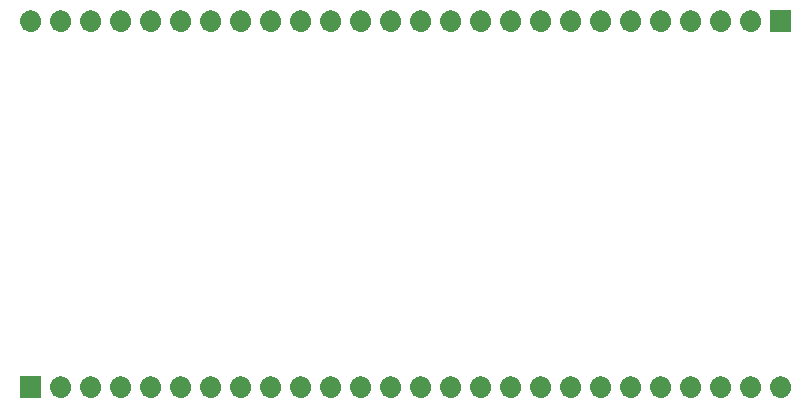
<source format=gbr>
G04 #@! TF.GenerationSoftware,KiCad,Pcbnew,(5.0.1)-4*
G04 #@! TF.CreationDate,2018-12-09T17:15:49-08:00*
G04 #@! TF.ProjectId,ht1632c-to-dip,687431363332632D746F2D6469702E6B,rev?*
G04 #@! TF.SameCoordinates,Original*
G04 #@! TF.FileFunction,Soldermask,Bot*
G04 #@! TF.FilePolarity,Negative*
%FSLAX46Y46*%
G04 Gerber Fmt 4.6, Leading zero omitted, Abs format (unit mm)*
G04 Created by KiCad (PCBNEW (5.0.1)-4) date 12/9/2018 5:15:49 PM*
%MOMM*%
%LPD*%
G01*
G04 APERTURE LIST*
%ADD10C,0.100000*%
G04 APERTURE END LIST*
D10*
G36*
X78371000Y-94881000D02*
X76569000Y-94881000D01*
X76569000Y-93079000D01*
X78371000Y-93079000D01*
X78371000Y-94881000D01*
X78371000Y-94881000D01*
G37*
G36*
X110600443Y-93085519D02*
X110666627Y-93092037D01*
X110779853Y-93126384D01*
X110836467Y-93143557D01*
X110975087Y-93217652D01*
X110992991Y-93227222D01*
X111028729Y-93256552D01*
X111130186Y-93339814D01*
X111213448Y-93441271D01*
X111242778Y-93477009D01*
X111242779Y-93477011D01*
X111326443Y-93633533D01*
X111326443Y-93633534D01*
X111377963Y-93803373D01*
X111395359Y-93980000D01*
X111377963Y-94156627D01*
X111343616Y-94269853D01*
X111326443Y-94326467D01*
X111252348Y-94465087D01*
X111242778Y-94482991D01*
X111213448Y-94518729D01*
X111130186Y-94620186D01*
X111028729Y-94703448D01*
X110992991Y-94732778D01*
X110992989Y-94732779D01*
X110836467Y-94816443D01*
X110779853Y-94833616D01*
X110666627Y-94867963D01*
X110600443Y-94874481D01*
X110534260Y-94881000D01*
X110445740Y-94881000D01*
X110379557Y-94874481D01*
X110313373Y-94867963D01*
X110200147Y-94833616D01*
X110143533Y-94816443D01*
X109987011Y-94732779D01*
X109987009Y-94732778D01*
X109951271Y-94703448D01*
X109849814Y-94620186D01*
X109766552Y-94518729D01*
X109737222Y-94482991D01*
X109727652Y-94465087D01*
X109653557Y-94326467D01*
X109636384Y-94269853D01*
X109602037Y-94156627D01*
X109584641Y-93980000D01*
X109602037Y-93803373D01*
X109653557Y-93633534D01*
X109653557Y-93633533D01*
X109737221Y-93477011D01*
X109737222Y-93477009D01*
X109766552Y-93441271D01*
X109849814Y-93339814D01*
X109951271Y-93256552D01*
X109987009Y-93227222D01*
X110004913Y-93217652D01*
X110143533Y-93143557D01*
X110200147Y-93126384D01*
X110313373Y-93092037D01*
X110379557Y-93085519D01*
X110445740Y-93079000D01*
X110534260Y-93079000D01*
X110600443Y-93085519D01*
X110600443Y-93085519D01*
G37*
G36*
X141080443Y-93085519D02*
X141146627Y-93092037D01*
X141259853Y-93126384D01*
X141316467Y-93143557D01*
X141455087Y-93217652D01*
X141472991Y-93227222D01*
X141508729Y-93256552D01*
X141610186Y-93339814D01*
X141693448Y-93441271D01*
X141722778Y-93477009D01*
X141722779Y-93477011D01*
X141806443Y-93633533D01*
X141806443Y-93633534D01*
X141857963Y-93803373D01*
X141875359Y-93980000D01*
X141857963Y-94156627D01*
X141823616Y-94269853D01*
X141806443Y-94326467D01*
X141732348Y-94465087D01*
X141722778Y-94482991D01*
X141693448Y-94518729D01*
X141610186Y-94620186D01*
X141508729Y-94703448D01*
X141472991Y-94732778D01*
X141472989Y-94732779D01*
X141316467Y-94816443D01*
X141259853Y-94833616D01*
X141146627Y-94867963D01*
X141080443Y-94874481D01*
X141014260Y-94881000D01*
X140925740Y-94881000D01*
X140859557Y-94874481D01*
X140793373Y-94867963D01*
X140680147Y-94833616D01*
X140623533Y-94816443D01*
X140467011Y-94732779D01*
X140467009Y-94732778D01*
X140431271Y-94703448D01*
X140329814Y-94620186D01*
X140246552Y-94518729D01*
X140217222Y-94482991D01*
X140207652Y-94465087D01*
X140133557Y-94326467D01*
X140116384Y-94269853D01*
X140082037Y-94156627D01*
X140064641Y-93980000D01*
X140082037Y-93803373D01*
X140133557Y-93633534D01*
X140133557Y-93633533D01*
X140217221Y-93477011D01*
X140217222Y-93477009D01*
X140246552Y-93441271D01*
X140329814Y-93339814D01*
X140431271Y-93256552D01*
X140467009Y-93227222D01*
X140484913Y-93217652D01*
X140623533Y-93143557D01*
X140680147Y-93126384D01*
X140793373Y-93092037D01*
X140859557Y-93085519D01*
X140925740Y-93079000D01*
X141014260Y-93079000D01*
X141080443Y-93085519D01*
X141080443Y-93085519D01*
G37*
G36*
X136000443Y-93085519D02*
X136066627Y-93092037D01*
X136179853Y-93126384D01*
X136236467Y-93143557D01*
X136375087Y-93217652D01*
X136392991Y-93227222D01*
X136428729Y-93256552D01*
X136530186Y-93339814D01*
X136613448Y-93441271D01*
X136642778Y-93477009D01*
X136642779Y-93477011D01*
X136726443Y-93633533D01*
X136726443Y-93633534D01*
X136777963Y-93803373D01*
X136795359Y-93980000D01*
X136777963Y-94156627D01*
X136743616Y-94269853D01*
X136726443Y-94326467D01*
X136652348Y-94465087D01*
X136642778Y-94482991D01*
X136613448Y-94518729D01*
X136530186Y-94620186D01*
X136428729Y-94703448D01*
X136392991Y-94732778D01*
X136392989Y-94732779D01*
X136236467Y-94816443D01*
X136179853Y-94833616D01*
X136066627Y-94867963D01*
X136000443Y-94874481D01*
X135934260Y-94881000D01*
X135845740Y-94881000D01*
X135779557Y-94874481D01*
X135713373Y-94867963D01*
X135600147Y-94833616D01*
X135543533Y-94816443D01*
X135387011Y-94732779D01*
X135387009Y-94732778D01*
X135351271Y-94703448D01*
X135249814Y-94620186D01*
X135166552Y-94518729D01*
X135137222Y-94482991D01*
X135127652Y-94465087D01*
X135053557Y-94326467D01*
X135036384Y-94269853D01*
X135002037Y-94156627D01*
X134984641Y-93980000D01*
X135002037Y-93803373D01*
X135053557Y-93633534D01*
X135053557Y-93633533D01*
X135137221Y-93477011D01*
X135137222Y-93477009D01*
X135166552Y-93441271D01*
X135249814Y-93339814D01*
X135351271Y-93256552D01*
X135387009Y-93227222D01*
X135404913Y-93217652D01*
X135543533Y-93143557D01*
X135600147Y-93126384D01*
X135713373Y-93092037D01*
X135779557Y-93085519D01*
X135845740Y-93079000D01*
X135934260Y-93079000D01*
X136000443Y-93085519D01*
X136000443Y-93085519D01*
G37*
G36*
X133460443Y-93085519D02*
X133526627Y-93092037D01*
X133639853Y-93126384D01*
X133696467Y-93143557D01*
X133835087Y-93217652D01*
X133852991Y-93227222D01*
X133888729Y-93256552D01*
X133990186Y-93339814D01*
X134073448Y-93441271D01*
X134102778Y-93477009D01*
X134102779Y-93477011D01*
X134186443Y-93633533D01*
X134186443Y-93633534D01*
X134237963Y-93803373D01*
X134255359Y-93980000D01*
X134237963Y-94156627D01*
X134203616Y-94269853D01*
X134186443Y-94326467D01*
X134112348Y-94465087D01*
X134102778Y-94482991D01*
X134073448Y-94518729D01*
X133990186Y-94620186D01*
X133888729Y-94703448D01*
X133852991Y-94732778D01*
X133852989Y-94732779D01*
X133696467Y-94816443D01*
X133639853Y-94833616D01*
X133526627Y-94867963D01*
X133460443Y-94874481D01*
X133394260Y-94881000D01*
X133305740Y-94881000D01*
X133239557Y-94874481D01*
X133173373Y-94867963D01*
X133060147Y-94833616D01*
X133003533Y-94816443D01*
X132847011Y-94732779D01*
X132847009Y-94732778D01*
X132811271Y-94703448D01*
X132709814Y-94620186D01*
X132626552Y-94518729D01*
X132597222Y-94482991D01*
X132587652Y-94465087D01*
X132513557Y-94326467D01*
X132496384Y-94269853D01*
X132462037Y-94156627D01*
X132444641Y-93980000D01*
X132462037Y-93803373D01*
X132513557Y-93633534D01*
X132513557Y-93633533D01*
X132597221Y-93477011D01*
X132597222Y-93477009D01*
X132626552Y-93441271D01*
X132709814Y-93339814D01*
X132811271Y-93256552D01*
X132847009Y-93227222D01*
X132864913Y-93217652D01*
X133003533Y-93143557D01*
X133060147Y-93126384D01*
X133173373Y-93092037D01*
X133239557Y-93085519D01*
X133305740Y-93079000D01*
X133394260Y-93079000D01*
X133460443Y-93085519D01*
X133460443Y-93085519D01*
G37*
G36*
X130920443Y-93085519D02*
X130986627Y-93092037D01*
X131099853Y-93126384D01*
X131156467Y-93143557D01*
X131295087Y-93217652D01*
X131312991Y-93227222D01*
X131348729Y-93256552D01*
X131450186Y-93339814D01*
X131533448Y-93441271D01*
X131562778Y-93477009D01*
X131562779Y-93477011D01*
X131646443Y-93633533D01*
X131646443Y-93633534D01*
X131697963Y-93803373D01*
X131715359Y-93980000D01*
X131697963Y-94156627D01*
X131663616Y-94269853D01*
X131646443Y-94326467D01*
X131572348Y-94465087D01*
X131562778Y-94482991D01*
X131533448Y-94518729D01*
X131450186Y-94620186D01*
X131348729Y-94703448D01*
X131312991Y-94732778D01*
X131312989Y-94732779D01*
X131156467Y-94816443D01*
X131099853Y-94833616D01*
X130986627Y-94867963D01*
X130920443Y-94874481D01*
X130854260Y-94881000D01*
X130765740Y-94881000D01*
X130699557Y-94874481D01*
X130633373Y-94867963D01*
X130520147Y-94833616D01*
X130463533Y-94816443D01*
X130307011Y-94732779D01*
X130307009Y-94732778D01*
X130271271Y-94703448D01*
X130169814Y-94620186D01*
X130086552Y-94518729D01*
X130057222Y-94482991D01*
X130047652Y-94465087D01*
X129973557Y-94326467D01*
X129956384Y-94269853D01*
X129922037Y-94156627D01*
X129904641Y-93980000D01*
X129922037Y-93803373D01*
X129973557Y-93633534D01*
X129973557Y-93633533D01*
X130057221Y-93477011D01*
X130057222Y-93477009D01*
X130086552Y-93441271D01*
X130169814Y-93339814D01*
X130271271Y-93256552D01*
X130307009Y-93227222D01*
X130324913Y-93217652D01*
X130463533Y-93143557D01*
X130520147Y-93126384D01*
X130633373Y-93092037D01*
X130699557Y-93085519D01*
X130765740Y-93079000D01*
X130854260Y-93079000D01*
X130920443Y-93085519D01*
X130920443Y-93085519D01*
G37*
G36*
X128380443Y-93085519D02*
X128446627Y-93092037D01*
X128559853Y-93126384D01*
X128616467Y-93143557D01*
X128755087Y-93217652D01*
X128772991Y-93227222D01*
X128808729Y-93256552D01*
X128910186Y-93339814D01*
X128993448Y-93441271D01*
X129022778Y-93477009D01*
X129022779Y-93477011D01*
X129106443Y-93633533D01*
X129106443Y-93633534D01*
X129157963Y-93803373D01*
X129175359Y-93980000D01*
X129157963Y-94156627D01*
X129123616Y-94269853D01*
X129106443Y-94326467D01*
X129032348Y-94465087D01*
X129022778Y-94482991D01*
X128993448Y-94518729D01*
X128910186Y-94620186D01*
X128808729Y-94703448D01*
X128772991Y-94732778D01*
X128772989Y-94732779D01*
X128616467Y-94816443D01*
X128559853Y-94833616D01*
X128446627Y-94867963D01*
X128380443Y-94874481D01*
X128314260Y-94881000D01*
X128225740Y-94881000D01*
X128159557Y-94874481D01*
X128093373Y-94867963D01*
X127980147Y-94833616D01*
X127923533Y-94816443D01*
X127767011Y-94732779D01*
X127767009Y-94732778D01*
X127731271Y-94703448D01*
X127629814Y-94620186D01*
X127546552Y-94518729D01*
X127517222Y-94482991D01*
X127507652Y-94465087D01*
X127433557Y-94326467D01*
X127416384Y-94269853D01*
X127382037Y-94156627D01*
X127364641Y-93980000D01*
X127382037Y-93803373D01*
X127433557Y-93633534D01*
X127433557Y-93633533D01*
X127517221Y-93477011D01*
X127517222Y-93477009D01*
X127546552Y-93441271D01*
X127629814Y-93339814D01*
X127731271Y-93256552D01*
X127767009Y-93227222D01*
X127784913Y-93217652D01*
X127923533Y-93143557D01*
X127980147Y-93126384D01*
X128093373Y-93092037D01*
X128159557Y-93085519D01*
X128225740Y-93079000D01*
X128314260Y-93079000D01*
X128380443Y-93085519D01*
X128380443Y-93085519D01*
G37*
G36*
X125840443Y-93085519D02*
X125906627Y-93092037D01*
X126019853Y-93126384D01*
X126076467Y-93143557D01*
X126215087Y-93217652D01*
X126232991Y-93227222D01*
X126268729Y-93256552D01*
X126370186Y-93339814D01*
X126453448Y-93441271D01*
X126482778Y-93477009D01*
X126482779Y-93477011D01*
X126566443Y-93633533D01*
X126566443Y-93633534D01*
X126617963Y-93803373D01*
X126635359Y-93980000D01*
X126617963Y-94156627D01*
X126583616Y-94269853D01*
X126566443Y-94326467D01*
X126492348Y-94465087D01*
X126482778Y-94482991D01*
X126453448Y-94518729D01*
X126370186Y-94620186D01*
X126268729Y-94703448D01*
X126232991Y-94732778D01*
X126232989Y-94732779D01*
X126076467Y-94816443D01*
X126019853Y-94833616D01*
X125906627Y-94867963D01*
X125840443Y-94874481D01*
X125774260Y-94881000D01*
X125685740Y-94881000D01*
X125619557Y-94874481D01*
X125553373Y-94867963D01*
X125440147Y-94833616D01*
X125383533Y-94816443D01*
X125227011Y-94732779D01*
X125227009Y-94732778D01*
X125191271Y-94703448D01*
X125089814Y-94620186D01*
X125006552Y-94518729D01*
X124977222Y-94482991D01*
X124967652Y-94465087D01*
X124893557Y-94326467D01*
X124876384Y-94269853D01*
X124842037Y-94156627D01*
X124824641Y-93980000D01*
X124842037Y-93803373D01*
X124893557Y-93633534D01*
X124893557Y-93633533D01*
X124977221Y-93477011D01*
X124977222Y-93477009D01*
X125006552Y-93441271D01*
X125089814Y-93339814D01*
X125191271Y-93256552D01*
X125227009Y-93227222D01*
X125244913Y-93217652D01*
X125383533Y-93143557D01*
X125440147Y-93126384D01*
X125553373Y-93092037D01*
X125619557Y-93085519D01*
X125685740Y-93079000D01*
X125774260Y-93079000D01*
X125840443Y-93085519D01*
X125840443Y-93085519D01*
G37*
G36*
X123300443Y-93085519D02*
X123366627Y-93092037D01*
X123479853Y-93126384D01*
X123536467Y-93143557D01*
X123675087Y-93217652D01*
X123692991Y-93227222D01*
X123728729Y-93256552D01*
X123830186Y-93339814D01*
X123913448Y-93441271D01*
X123942778Y-93477009D01*
X123942779Y-93477011D01*
X124026443Y-93633533D01*
X124026443Y-93633534D01*
X124077963Y-93803373D01*
X124095359Y-93980000D01*
X124077963Y-94156627D01*
X124043616Y-94269853D01*
X124026443Y-94326467D01*
X123952348Y-94465087D01*
X123942778Y-94482991D01*
X123913448Y-94518729D01*
X123830186Y-94620186D01*
X123728729Y-94703448D01*
X123692991Y-94732778D01*
X123692989Y-94732779D01*
X123536467Y-94816443D01*
X123479853Y-94833616D01*
X123366627Y-94867963D01*
X123300443Y-94874481D01*
X123234260Y-94881000D01*
X123145740Y-94881000D01*
X123079557Y-94874481D01*
X123013373Y-94867963D01*
X122900147Y-94833616D01*
X122843533Y-94816443D01*
X122687011Y-94732779D01*
X122687009Y-94732778D01*
X122651271Y-94703448D01*
X122549814Y-94620186D01*
X122466552Y-94518729D01*
X122437222Y-94482991D01*
X122427652Y-94465087D01*
X122353557Y-94326467D01*
X122336384Y-94269853D01*
X122302037Y-94156627D01*
X122284641Y-93980000D01*
X122302037Y-93803373D01*
X122353557Y-93633534D01*
X122353557Y-93633533D01*
X122437221Y-93477011D01*
X122437222Y-93477009D01*
X122466552Y-93441271D01*
X122549814Y-93339814D01*
X122651271Y-93256552D01*
X122687009Y-93227222D01*
X122704913Y-93217652D01*
X122843533Y-93143557D01*
X122900147Y-93126384D01*
X123013373Y-93092037D01*
X123079557Y-93085519D01*
X123145740Y-93079000D01*
X123234260Y-93079000D01*
X123300443Y-93085519D01*
X123300443Y-93085519D01*
G37*
G36*
X120760443Y-93085519D02*
X120826627Y-93092037D01*
X120939853Y-93126384D01*
X120996467Y-93143557D01*
X121135087Y-93217652D01*
X121152991Y-93227222D01*
X121188729Y-93256552D01*
X121290186Y-93339814D01*
X121373448Y-93441271D01*
X121402778Y-93477009D01*
X121402779Y-93477011D01*
X121486443Y-93633533D01*
X121486443Y-93633534D01*
X121537963Y-93803373D01*
X121555359Y-93980000D01*
X121537963Y-94156627D01*
X121503616Y-94269853D01*
X121486443Y-94326467D01*
X121412348Y-94465087D01*
X121402778Y-94482991D01*
X121373448Y-94518729D01*
X121290186Y-94620186D01*
X121188729Y-94703448D01*
X121152991Y-94732778D01*
X121152989Y-94732779D01*
X120996467Y-94816443D01*
X120939853Y-94833616D01*
X120826627Y-94867963D01*
X120760443Y-94874481D01*
X120694260Y-94881000D01*
X120605740Y-94881000D01*
X120539557Y-94874481D01*
X120473373Y-94867963D01*
X120360147Y-94833616D01*
X120303533Y-94816443D01*
X120147011Y-94732779D01*
X120147009Y-94732778D01*
X120111271Y-94703448D01*
X120009814Y-94620186D01*
X119926552Y-94518729D01*
X119897222Y-94482991D01*
X119887652Y-94465087D01*
X119813557Y-94326467D01*
X119796384Y-94269853D01*
X119762037Y-94156627D01*
X119744641Y-93980000D01*
X119762037Y-93803373D01*
X119813557Y-93633534D01*
X119813557Y-93633533D01*
X119897221Y-93477011D01*
X119897222Y-93477009D01*
X119926552Y-93441271D01*
X120009814Y-93339814D01*
X120111271Y-93256552D01*
X120147009Y-93227222D01*
X120164913Y-93217652D01*
X120303533Y-93143557D01*
X120360147Y-93126384D01*
X120473373Y-93092037D01*
X120539557Y-93085519D01*
X120605740Y-93079000D01*
X120694260Y-93079000D01*
X120760443Y-93085519D01*
X120760443Y-93085519D01*
G37*
G36*
X118220443Y-93085519D02*
X118286627Y-93092037D01*
X118399853Y-93126384D01*
X118456467Y-93143557D01*
X118595087Y-93217652D01*
X118612991Y-93227222D01*
X118648729Y-93256552D01*
X118750186Y-93339814D01*
X118833448Y-93441271D01*
X118862778Y-93477009D01*
X118862779Y-93477011D01*
X118946443Y-93633533D01*
X118946443Y-93633534D01*
X118997963Y-93803373D01*
X119015359Y-93980000D01*
X118997963Y-94156627D01*
X118963616Y-94269853D01*
X118946443Y-94326467D01*
X118872348Y-94465087D01*
X118862778Y-94482991D01*
X118833448Y-94518729D01*
X118750186Y-94620186D01*
X118648729Y-94703448D01*
X118612991Y-94732778D01*
X118612989Y-94732779D01*
X118456467Y-94816443D01*
X118399853Y-94833616D01*
X118286627Y-94867963D01*
X118220443Y-94874481D01*
X118154260Y-94881000D01*
X118065740Y-94881000D01*
X117999557Y-94874481D01*
X117933373Y-94867963D01*
X117820147Y-94833616D01*
X117763533Y-94816443D01*
X117607011Y-94732779D01*
X117607009Y-94732778D01*
X117571271Y-94703448D01*
X117469814Y-94620186D01*
X117386552Y-94518729D01*
X117357222Y-94482991D01*
X117347652Y-94465087D01*
X117273557Y-94326467D01*
X117256384Y-94269853D01*
X117222037Y-94156627D01*
X117204641Y-93980000D01*
X117222037Y-93803373D01*
X117273557Y-93633534D01*
X117273557Y-93633533D01*
X117357221Y-93477011D01*
X117357222Y-93477009D01*
X117386552Y-93441271D01*
X117469814Y-93339814D01*
X117571271Y-93256552D01*
X117607009Y-93227222D01*
X117624913Y-93217652D01*
X117763533Y-93143557D01*
X117820147Y-93126384D01*
X117933373Y-93092037D01*
X117999557Y-93085519D01*
X118065740Y-93079000D01*
X118154260Y-93079000D01*
X118220443Y-93085519D01*
X118220443Y-93085519D01*
G37*
G36*
X115680443Y-93085519D02*
X115746627Y-93092037D01*
X115859853Y-93126384D01*
X115916467Y-93143557D01*
X116055087Y-93217652D01*
X116072991Y-93227222D01*
X116108729Y-93256552D01*
X116210186Y-93339814D01*
X116293448Y-93441271D01*
X116322778Y-93477009D01*
X116322779Y-93477011D01*
X116406443Y-93633533D01*
X116406443Y-93633534D01*
X116457963Y-93803373D01*
X116475359Y-93980000D01*
X116457963Y-94156627D01*
X116423616Y-94269853D01*
X116406443Y-94326467D01*
X116332348Y-94465087D01*
X116322778Y-94482991D01*
X116293448Y-94518729D01*
X116210186Y-94620186D01*
X116108729Y-94703448D01*
X116072991Y-94732778D01*
X116072989Y-94732779D01*
X115916467Y-94816443D01*
X115859853Y-94833616D01*
X115746627Y-94867963D01*
X115680443Y-94874481D01*
X115614260Y-94881000D01*
X115525740Y-94881000D01*
X115459557Y-94874481D01*
X115393373Y-94867963D01*
X115280147Y-94833616D01*
X115223533Y-94816443D01*
X115067011Y-94732779D01*
X115067009Y-94732778D01*
X115031271Y-94703448D01*
X114929814Y-94620186D01*
X114846552Y-94518729D01*
X114817222Y-94482991D01*
X114807652Y-94465087D01*
X114733557Y-94326467D01*
X114716384Y-94269853D01*
X114682037Y-94156627D01*
X114664641Y-93980000D01*
X114682037Y-93803373D01*
X114733557Y-93633534D01*
X114733557Y-93633533D01*
X114817221Y-93477011D01*
X114817222Y-93477009D01*
X114846552Y-93441271D01*
X114929814Y-93339814D01*
X115031271Y-93256552D01*
X115067009Y-93227222D01*
X115084913Y-93217652D01*
X115223533Y-93143557D01*
X115280147Y-93126384D01*
X115393373Y-93092037D01*
X115459557Y-93085519D01*
X115525740Y-93079000D01*
X115614260Y-93079000D01*
X115680443Y-93085519D01*
X115680443Y-93085519D01*
G37*
G36*
X113140443Y-93085519D02*
X113206627Y-93092037D01*
X113319853Y-93126384D01*
X113376467Y-93143557D01*
X113515087Y-93217652D01*
X113532991Y-93227222D01*
X113568729Y-93256552D01*
X113670186Y-93339814D01*
X113753448Y-93441271D01*
X113782778Y-93477009D01*
X113782779Y-93477011D01*
X113866443Y-93633533D01*
X113866443Y-93633534D01*
X113917963Y-93803373D01*
X113935359Y-93980000D01*
X113917963Y-94156627D01*
X113883616Y-94269853D01*
X113866443Y-94326467D01*
X113792348Y-94465087D01*
X113782778Y-94482991D01*
X113753448Y-94518729D01*
X113670186Y-94620186D01*
X113568729Y-94703448D01*
X113532991Y-94732778D01*
X113532989Y-94732779D01*
X113376467Y-94816443D01*
X113319853Y-94833616D01*
X113206627Y-94867963D01*
X113140443Y-94874481D01*
X113074260Y-94881000D01*
X112985740Y-94881000D01*
X112919557Y-94874481D01*
X112853373Y-94867963D01*
X112740147Y-94833616D01*
X112683533Y-94816443D01*
X112527011Y-94732779D01*
X112527009Y-94732778D01*
X112491271Y-94703448D01*
X112389814Y-94620186D01*
X112306552Y-94518729D01*
X112277222Y-94482991D01*
X112267652Y-94465087D01*
X112193557Y-94326467D01*
X112176384Y-94269853D01*
X112142037Y-94156627D01*
X112124641Y-93980000D01*
X112142037Y-93803373D01*
X112193557Y-93633534D01*
X112193557Y-93633533D01*
X112277221Y-93477011D01*
X112277222Y-93477009D01*
X112306552Y-93441271D01*
X112389814Y-93339814D01*
X112491271Y-93256552D01*
X112527009Y-93227222D01*
X112544913Y-93217652D01*
X112683533Y-93143557D01*
X112740147Y-93126384D01*
X112853373Y-93092037D01*
X112919557Y-93085519D01*
X112985740Y-93079000D01*
X113074260Y-93079000D01*
X113140443Y-93085519D01*
X113140443Y-93085519D01*
G37*
G36*
X138540443Y-93085519D02*
X138606627Y-93092037D01*
X138719853Y-93126384D01*
X138776467Y-93143557D01*
X138915087Y-93217652D01*
X138932991Y-93227222D01*
X138968729Y-93256552D01*
X139070186Y-93339814D01*
X139153448Y-93441271D01*
X139182778Y-93477009D01*
X139182779Y-93477011D01*
X139266443Y-93633533D01*
X139266443Y-93633534D01*
X139317963Y-93803373D01*
X139335359Y-93980000D01*
X139317963Y-94156627D01*
X139283616Y-94269853D01*
X139266443Y-94326467D01*
X139192348Y-94465087D01*
X139182778Y-94482991D01*
X139153448Y-94518729D01*
X139070186Y-94620186D01*
X138968729Y-94703448D01*
X138932991Y-94732778D01*
X138932989Y-94732779D01*
X138776467Y-94816443D01*
X138719853Y-94833616D01*
X138606627Y-94867963D01*
X138540443Y-94874481D01*
X138474260Y-94881000D01*
X138385740Y-94881000D01*
X138319557Y-94874481D01*
X138253373Y-94867963D01*
X138140147Y-94833616D01*
X138083533Y-94816443D01*
X137927011Y-94732779D01*
X137927009Y-94732778D01*
X137891271Y-94703448D01*
X137789814Y-94620186D01*
X137706552Y-94518729D01*
X137677222Y-94482991D01*
X137667652Y-94465087D01*
X137593557Y-94326467D01*
X137576384Y-94269853D01*
X137542037Y-94156627D01*
X137524641Y-93980000D01*
X137542037Y-93803373D01*
X137593557Y-93633534D01*
X137593557Y-93633533D01*
X137677221Y-93477011D01*
X137677222Y-93477009D01*
X137706552Y-93441271D01*
X137789814Y-93339814D01*
X137891271Y-93256552D01*
X137927009Y-93227222D01*
X137944913Y-93217652D01*
X138083533Y-93143557D01*
X138140147Y-93126384D01*
X138253373Y-93092037D01*
X138319557Y-93085519D01*
X138385740Y-93079000D01*
X138474260Y-93079000D01*
X138540443Y-93085519D01*
X138540443Y-93085519D01*
G37*
G36*
X105520443Y-93085519D02*
X105586627Y-93092037D01*
X105699853Y-93126384D01*
X105756467Y-93143557D01*
X105895087Y-93217652D01*
X105912991Y-93227222D01*
X105948729Y-93256552D01*
X106050186Y-93339814D01*
X106133448Y-93441271D01*
X106162778Y-93477009D01*
X106162779Y-93477011D01*
X106246443Y-93633533D01*
X106246443Y-93633534D01*
X106297963Y-93803373D01*
X106315359Y-93980000D01*
X106297963Y-94156627D01*
X106263616Y-94269853D01*
X106246443Y-94326467D01*
X106172348Y-94465087D01*
X106162778Y-94482991D01*
X106133448Y-94518729D01*
X106050186Y-94620186D01*
X105948729Y-94703448D01*
X105912991Y-94732778D01*
X105912989Y-94732779D01*
X105756467Y-94816443D01*
X105699853Y-94833616D01*
X105586627Y-94867963D01*
X105520443Y-94874481D01*
X105454260Y-94881000D01*
X105365740Y-94881000D01*
X105299557Y-94874481D01*
X105233373Y-94867963D01*
X105120147Y-94833616D01*
X105063533Y-94816443D01*
X104907011Y-94732779D01*
X104907009Y-94732778D01*
X104871271Y-94703448D01*
X104769814Y-94620186D01*
X104686552Y-94518729D01*
X104657222Y-94482991D01*
X104647652Y-94465087D01*
X104573557Y-94326467D01*
X104556384Y-94269853D01*
X104522037Y-94156627D01*
X104504641Y-93980000D01*
X104522037Y-93803373D01*
X104573557Y-93633534D01*
X104573557Y-93633533D01*
X104657221Y-93477011D01*
X104657222Y-93477009D01*
X104686552Y-93441271D01*
X104769814Y-93339814D01*
X104871271Y-93256552D01*
X104907009Y-93227222D01*
X104924913Y-93217652D01*
X105063533Y-93143557D01*
X105120147Y-93126384D01*
X105233373Y-93092037D01*
X105299557Y-93085519D01*
X105365740Y-93079000D01*
X105454260Y-93079000D01*
X105520443Y-93085519D01*
X105520443Y-93085519D01*
G37*
G36*
X108060443Y-93085519D02*
X108126627Y-93092037D01*
X108239853Y-93126384D01*
X108296467Y-93143557D01*
X108435087Y-93217652D01*
X108452991Y-93227222D01*
X108488729Y-93256552D01*
X108590186Y-93339814D01*
X108673448Y-93441271D01*
X108702778Y-93477009D01*
X108702779Y-93477011D01*
X108786443Y-93633533D01*
X108786443Y-93633534D01*
X108837963Y-93803373D01*
X108855359Y-93980000D01*
X108837963Y-94156627D01*
X108803616Y-94269853D01*
X108786443Y-94326467D01*
X108712348Y-94465087D01*
X108702778Y-94482991D01*
X108673448Y-94518729D01*
X108590186Y-94620186D01*
X108488729Y-94703448D01*
X108452991Y-94732778D01*
X108452989Y-94732779D01*
X108296467Y-94816443D01*
X108239853Y-94833616D01*
X108126627Y-94867963D01*
X108060443Y-94874481D01*
X107994260Y-94881000D01*
X107905740Y-94881000D01*
X107839557Y-94874481D01*
X107773373Y-94867963D01*
X107660147Y-94833616D01*
X107603533Y-94816443D01*
X107447011Y-94732779D01*
X107447009Y-94732778D01*
X107411271Y-94703448D01*
X107309814Y-94620186D01*
X107226552Y-94518729D01*
X107197222Y-94482991D01*
X107187652Y-94465087D01*
X107113557Y-94326467D01*
X107096384Y-94269853D01*
X107062037Y-94156627D01*
X107044641Y-93980000D01*
X107062037Y-93803373D01*
X107113557Y-93633534D01*
X107113557Y-93633533D01*
X107197221Y-93477011D01*
X107197222Y-93477009D01*
X107226552Y-93441271D01*
X107309814Y-93339814D01*
X107411271Y-93256552D01*
X107447009Y-93227222D01*
X107464913Y-93217652D01*
X107603533Y-93143557D01*
X107660147Y-93126384D01*
X107773373Y-93092037D01*
X107839557Y-93085519D01*
X107905740Y-93079000D01*
X107994260Y-93079000D01*
X108060443Y-93085519D01*
X108060443Y-93085519D01*
G37*
G36*
X80120443Y-93085519D02*
X80186627Y-93092037D01*
X80299853Y-93126384D01*
X80356467Y-93143557D01*
X80495087Y-93217652D01*
X80512991Y-93227222D01*
X80548729Y-93256552D01*
X80650186Y-93339814D01*
X80733448Y-93441271D01*
X80762778Y-93477009D01*
X80762779Y-93477011D01*
X80846443Y-93633533D01*
X80846443Y-93633534D01*
X80897963Y-93803373D01*
X80915359Y-93980000D01*
X80897963Y-94156627D01*
X80863616Y-94269853D01*
X80846443Y-94326467D01*
X80772348Y-94465087D01*
X80762778Y-94482991D01*
X80733448Y-94518729D01*
X80650186Y-94620186D01*
X80548729Y-94703448D01*
X80512991Y-94732778D01*
X80512989Y-94732779D01*
X80356467Y-94816443D01*
X80299853Y-94833616D01*
X80186627Y-94867963D01*
X80120443Y-94874481D01*
X80054260Y-94881000D01*
X79965740Y-94881000D01*
X79899557Y-94874481D01*
X79833373Y-94867963D01*
X79720147Y-94833616D01*
X79663533Y-94816443D01*
X79507011Y-94732779D01*
X79507009Y-94732778D01*
X79471271Y-94703448D01*
X79369814Y-94620186D01*
X79286552Y-94518729D01*
X79257222Y-94482991D01*
X79247652Y-94465087D01*
X79173557Y-94326467D01*
X79156384Y-94269853D01*
X79122037Y-94156627D01*
X79104641Y-93980000D01*
X79122037Y-93803373D01*
X79173557Y-93633534D01*
X79173557Y-93633533D01*
X79257221Y-93477011D01*
X79257222Y-93477009D01*
X79286552Y-93441271D01*
X79369814Y-93339814D01*
X79471271Y-93256552D01*
X79507009Y-93227222D01*
X79524913Y-93217652D01*
X79663533Y-93143557D01*
X79720147Y-93126384D01*
X79833373Y-93092037D01*
X79899557Y-93085519D01*
X79965740Y-93079000D01*
X80054260Y-93079000D01*
X80120443Y-93085519D01*
X80120443Y-93085519D01*
G37*
G36*
X82660443Y-93085519D02*
X82726627Y-93092037D01*
X82839853Y-93126384D01*
X82896467Y-93143557D01*
X83035087Y-93217652D01*
X83052991Y-93227222D01*
X83088729Y-93256552D01*
X83190186Y-93339814D01*
X83273448Y-93441271D01*
X83302778Y-93477009D01*
X83302779Y-93477011D01*
X83386443Y-93633533D01*
X83386443Y-93633534D01*
X83437963Y-93803373D01*
X83455359Y-93980000D01*
X83437963Y-94156627D01*
X83403616Y-94269853D01*
X83386443Y-94326467D01*
X83312348Y-94465087D01*
X83302778Y-94482991D01*
X83273448Y-94518729D01*
X83190186Y-94620186D01*
X83088729Y-94703448D01*
X83052991Y-94732778D01*
X83052989Y-94732779D01*
X82896467Y-94816443D01*
X82839853Y-94833616D01*
X82726627Y-94867963D01*
X82660443Y-94874481D01*
X82594260Y-94881000D01*
X82505740Y-94881000D01*
X82439557Y-94874481D01*
X82373373Y-94867963D01*
X82260147Y-94833616D01*
X82203533Y-94816443D01*
X82047011Y-94732779D01*
X82047009Y-94732778D01*
X82011271Y-94703448D01*
X81909814Y-94620186D01*
X81826552Y-94518729D01*
X81797222Y-94482991D01*
X81787652Y-94465087D01*
X81713557Y-94326467D01*
X81696384Y-94269853D01*
X81662037Y-94156627D01*
X81644641Y-93980000D01*
X81662037Y-93803373D01*
X81713557Y-93633534D01*
X81713557Y-93633533D01*
X81797221Y-93477011D01*
X81797222Y-93477009D01*
X81826552Y-93441271D01*
X81909814Y-93339814D01*
X82011271Y-93256552D01*
X82047009Y-93227222D01*
X82064913Y-93217652D01*
X82203533Y-93143557D01*
X82260147Y-93126384D01*
X82373373Y-93092037D01*
X82439557Y-93085519D01*
X82505740Y-93079000D01*
X82594260Y-93079000D01*
X82660443Y-93085519D01*
X82660443Y-93085519D01*
G37*
G36*
X85200443Y-93085519D02*
X85266627Y-93092037D01*
X85379853Y-93126384D01*
X85436467Y-93143557D01*
X85575087Y-93217652D01*
X85592991Y-93227222D01*
X85628729Y-93256552D01*
X85730186Y-93339814D01*
X85813448Y-93441271D01*
X85842778Y-93477009D01*
X85842779Y-93477011D01*
X85926443Y-93633533D01*
X85926443Y-93633534D01*
X85977963Y-93803373D01*
X85995359Y-93980000D01*
X85977963Y-94156627D01*
X85943616Y-94269853D01*
X85926443Y-94326467D01*
X85852348Y-94465087D01*
X85842778Y-94482991D01*
X85813448Y-94518729D01*
X85730186Y-94620186D01*
X85628729Y-94703448D01*
X85592991Y-94732778D01*
X85592989Y-94732779D01*
X85436467Y-94816443D01*
X85379853Y-94833616D01*
X85266627Y-94867963D01*
X85200443Y-94874481D01*
X85134260Y-94881000D01*
X85045740Y-94881000D01*
X84979557Y-94874481D01*
X84913373Y-94867963D01*
X84800147Y-94833616D01*
X84743533Y-94816443D01*
X84587011Y-94732779D01*
X84587009Y-94732778D01*
X84551271Y-94703448D01*
X84449814Y-94620186D01*
X84366552Y-94518729D01*
X84337222Y-94482991D01*
X84327652Y-94465087D01*
X84253557Y-94326467D01*
X84236384Y-94269853D01*
X84202037Y-94156627D01*
X84184641Y-93980000D01*
X84202037Y-93803373D01*
X84253557Y-93633534D01*
X84253557Y-93633533D01*
X84337221Y-93477011D01*
X84337222Y-93477009D01*
X84366552Y-93441271D01*
X84449814Y-93339814D01*
X84551271Y-93256552D01*
X84587009Y-93227222D01*
X84604913Y-93217652D01*
X84743533Y-93143557D01*
X84800147Y-93126384D01*
X84913373Y-93092037D01*
X84979557Y-93085519D01*
X85045740Y-93079000D01*
X85134260Y-93079000D01*
X85200443Y-93085519D01*
X85200443Y-93085519D01*
G37*
G36*
X87740443Y-93085519D02*
X87806627Y-93092037D01*
X87919853Y-93126384D01*
X87976467Y-93143557D01*
X88115087Y-93217652D01*
X88132991Y-93227222D01*
X88168729Y-93256552D01*
X88270186Y-93339814D01*
X88353448Y-93441271D01*
X88382778Y-93477009D01*
X88382779Y-93477011D01*
X88466443Y-93633533D01*
X88466443Y-93633534D01*
X88517963Y-93803373D01*
X88535359Y-93980000D01*
X88517963Y-94156627D01*
X88483616Y-94269853D01*
X88466443Y-94326467D01*
X88392348Y-94465087D01*
X88382778Y-94482991D01*
X88353448Y-94518729D01*
X88270186Y-94620186D01*
X88168729Y-94703448D01*
X88132991Y-94732778D01*
X88132989Y-94732779D01*
X87976467Y-94816443D01*
X87919853Y-94833616D01*
X87806627Y-94867963D01*
X87740443Y-94874481D01*
X87674260Y-94881000D01*
X87585740Y-94881000D01*
X87519557Y-94874481D01*
X87453373Y-94867963D01*
X87340147Y-94833616D01*
X87283533Y-94816443D01*
X87127011Y-94732779D01*
X87127009Y-94732778D01*
X87091271Y-94703448D01*
X86989814Y-94620186D01*
X86906552Y-94518729D01*
X86877222Y-94482991D01*
X86867652Y-94465087D01*
X86793557Y-94326467D01*
X86776384Y-94269853D01*
X86742037Y-94156627D01*
X86724641Y-93980000D01*
X86742037Y-93803373D01*
X86793557Y-93633534D01*
X86793557Y-93633533D01*
X86877221Y-93477011D01*
X86877222Y-93477009D01*
X86906552Y-93441271D01*
X86989814Y-93339814D01*
X87091271Y-93256552D01*
X87127009Y-93227222D01*
X87144913Y-93217652D01*
X87283533Y-93143557D01*
X87340147Y-93126384D01*
X87453373Y-93092037D01*
X87519557Y-93085519D01*
X87585740Y-93079000D01*
X87674260Y-93079000D01*
X87740443Y-93085519D01*
X87740443Y-93085519D01*
G37*
G36*
X90280443Y-93085519D02*
X90346627Y-93092037D01*
X90459853Y-93126384D01*
X90516467Y-93143557D01*
X90655087Y-93217652D01*
X90672991Y-93227222D01*
X90708729Y-93256552D01*
X90810186Y-93339814D01*
X90893448Y-93441271D01*
X90922778Y-93477009D01*
X90922779Y-93477011D01*
X91006443Y-93633533D01*
X91006443Y-93633534D01*
X91057963Y-93803373D01*
X91075359Y-93980000D01*
X91057963Y-94156627D01*
X91023616Y-94269853D01*
X91006443Y-94326467D01*
X90932348Y-94465087D01*
X90922778Y-94482991D01*
X90893448Y-94518729D01*
X90810186Y-94620186D01*
X90708729Y-94703448D01*
X90672991Y-94732778D01*
X90672989Y-94732779D01*
X90516467Y-94816443D01*
X90459853Y-94833616D01*
X90346627Y-94867963D01*
X90280443Y-94874481D01*
X90214260Y-94881000D01*
X90125740Y-94881000D01*
X90059557Y-94874481D01*
X89993373Y-94867963D01*
X89880147Y-94833616D01*
X89823533Y-94816443D01*
X89667011Y-94732779D01*
X89667009Y-94732778D01*
X89631271Y-94703448D01*
X89529814Y-94620186D01*
X89446552Y-94518729D01*
X89417222Y-94482991D01*
X89407652Y-94465087D01*
X89333557Y-94326467D01*
X89316384Y-94269853D01*
X89282037Y-94156627D01*
X89264641Y-93980000D01*
X89282037Y-93803373D01*
X89333557Y-93633534D01*
X89333557Y-93633533D01*
X89417221Y-93477011D01*
X89417222Y-93477009D01*
X89446552Y-93441271D01*
X89529814Y-93339814D01*
X89631271Y-93256552D01*
X89667009Y-93227222D01*
X89684913Y-93217652D01*
X89823533Y-93143557D01*
X89880147Y-93126384D01*
X89993373Y-93092037D01*
X90059557Y-93085519D01*
X90125740Y-93079000D01*
X90214260Y-93079000D01*
X90280443Y-93085519D01*
X90280443Y-93085519D01*
G37*
G36*
X92820443Y-93085519D02*
X92886627Y-93092037D01*
X92999853Y-93126384D01*
X93056467Y-93143557D01*
X93195087Y-93217652D01*
X93212991Y-93227222D01*
X93248729Y-93256552D01*
X93350186Y-93339814D01*
X93433448Y-93441271D01*
X93462778Y-93477009D01*
X93462779Y-93477011D01*
X93546443Y-93633533D01*
X93546443Y-93633534D01*
X93597963Y-93803373D01*
X93615359Y-93980000D01*
X93597963Y-94156627D01*
X93563616Y-94269853D01*
X93546443Y-94326467D01*
X93472348Y-94465087D01*
X93462778Y-94482991D01*
X93433448Y-94518729D01*
X93350186Y-94620186D01*
X93248729Y-94703448D01*
X93212991Y-94732778D01*
X93212989Y-94732779D01*
X93056467Y-94816443D01*
X92999853Y-94833616D01*
X92886627Y-94867963D01*
X92820443Y-94874481D01*
X92754260Y-94881000D01*
X92665740Y-94881000D01*
X92599557Y-94874481D01*
X92533373Y-94867963D01*
X92420147Y-94833616D01*
X92363533Y-94816443D01*
X92207011Y-94732779D01*
X92207009Y-94732778D01*
X92171271Y-94703448D01*
X92069814Y-94620186D01*
X91986552Y-94518729D01*
X91957222Y-94482991D01*
X91947652Y-94465087D01*
X91873557Y-94326467D01*
X91856384Y-94269853D01*
X91822037Y-94156627D01*
X91804641Y-93980000D01*
X91822037Y-93803373D01*
X91873557Y-93633534D01*
X91873557Y-93633533D01*
X91957221Y-93477011D01*
X91957222Y-93477009D01*
X91986552Y-93441271D01*
X92069814Y-93339814D01*
X92171271Y-93256552D01*
X92207009Y-93227222D01*
X92224913Y-93217652D01*
X92363533Y-93143557D01*
X92420147Y-93126384D01*
X92533373Y-93092037D01*
X92599557Y-93085519D01*
X92665740Y-93079000D01*
X92754260Y-93079000D01*
X92820443Y-93085519D01*
X92820443Y-93085519D01*
G37*
G36*
X95360443Y-93085519D02*
X95426627Y-93092037D01*
X95539853Y-93126384D01*
X95596467Y-93143557D01*
X95735087Y-93217652D01*
X95752991Y-93227222D01*
X95788729Y-93256552D01*
X95890186Y-93339814D01*
X95973448Y-93441271D01*
X96002778Y-93477009D01*
X96002779Y-93477011D01*
X96086443Y-93633533D01*
X96086443Y-93633534D01*
X96137963Y-93803373D01*
X96155359Y-93980000D01*
X96137963Y-94156627D01*
X96103616Y-94269853D01*
X96086443Y-94326467D01*
X96012348Y-94465087D01*
X96002778Y-94482991D01*
X95973448Y-94518729D01*
X95890186Y-94620186D01*
X95788729Y-94703448D01*
X95752991Y-94732778D01*
X95752989Y-94732779D01*
X95596467Y-94816443D01*
X95539853Y-94833616D01*
X95426627Y-94867963D01*
X95360443Y-94874481D01*
X95294260Y-94881000D01*
X95205740Y-94881000D01*
X95139557Y-94874481D01*
X95073373Y-94867963D01*
X94960147Y-94833616D01*
X94903533Y-94816443D01*
X94747011Y-94732779D01*
X94747009Y-94732778D01*
X94711271Y-94703448D01*
X94609814Y-94620186D01*
X94526552Y-94518729D01*
X94497222Y-94482991D01*
X94487652Y-94465087D01*
X94413557Y-94326467D01*
X94396384Y-94269853D01*
X94362037Y-94156627D01*
X94344641Y-93980000D01*
X94362037Y-93803373D01*
X94413557Y-93633534D01*
X94413557Y-93633533D01*
X94497221Y-93477011D01*
X94497222Y-93477009D01*
X94526552Y-93441271D01*
X94609814Y-93339814D01*
X94711271Y-93256552D01*
X94747009Y-93227222D01*
X94764913Y-93217652D01*
X94903533Y-93143557D01*
X94960147Y-93126384D01*
X95073373Y-93092037D01*
X95139557Y-93085519D01*
X95205740Y-93079000D01*
X95294260Y-93079000D01*
X95360443Y-93085519D01*
X95360443Y-93085519D01*
G37*
G36*
X97900443Y-93085519D02*
X97966627Y-93092037D01*
X98079853Y-93126384D01*
X98136467Y-93143557D01*
X98275087Y-93217652D01*
X98292991Y-93227222D01*
X98328729Y-93256552D01*
X98430186Y-93339814D01*
X98513448Y-93441271D01*
X98542778Y-93477009D01*
X98542779Y-93477011D01*
X98626443Y-93633533D01*
X98626443Y-93633534D01*
X98677963Y-93803373D01*
X98695359Y-93980000D01*
X98677963Y-94156627D01*
X98643616Y-94269853D01*
X98626443Y-94326467D01*
X98552348Y-94465087D01*
X98542778Y-94482991D01*
X98513448Y-94518729D01*
X98430186Y-94620186D01*
X98328729Y-94703448D01*
X98292991Y-94732778D01*
X98292989Y-94732779D01*
X98136467Y-94816443D01*
X98079853Y-94833616D01*
X97966627Y-94867963D01*
X97900443Y-94874481D01*
X97834260Y-94881000D01*
X97745740Y-94881000D01*
X97679557Y-94874481D01*
X97613373Y-94867963D01*
X97500147Y-94833616D01*
X97443533Y-94816443D01*
X97287011Y-94732779D01*
X97287009Y-94732778D01*
X97251271Y-94703448D01*
X97149814Y-94620186D01*
X97066552Y-94518729D01*
X97037222Y-94482991D01*
X97027652Y-94465087D01*
X96953557Y-94326467D01*
X96936384Y-94269853D01*
X96902037Y-94156627D01*
X96884641Y-93980000D01*
X96902037Y-93803373D01*
X96953557Y-93633534D01*
X96953557Y-93633533D01*
X97037221Y-93477011D01*
X97037222Y-93477009D01*
X97066552Y-93441271D01*
X97149814Y-93339814D01*
X97251271Y-93256552D01*
X97287009Y-93227222D01*
X97304913Y-93217652D01*
X97443533Y-93143557D01*
X97500147Y-93126384D01*
X97613373Y-93092037D01*
X97679557Y-93085519D01*
X97745740Y-93079000D01*
X97834260Y-93079000D01*
X97900443Y-93085519D01*
X97900443Y-93085519D01*
G37*
G36*
X100440443Y-93085519D02*
X100506627Y-93092037D01*
X100619853Y-93126384D01*
X100676467Y-93143557D01*
X100815087Y-93217652D01*
X100832991Y-93227222D01*
X100868729Y-93256552D01*
X100970186Y-93339814D01*
X101053448Y-93441271D01*
X101082778Y-93477009D01*
X101082779Y-93477011D01*
X101166443Y-93633533D01*
X101166443Y-93633534D01*
X101217963Y-93803373D01*
X101235359Y-93980000D01*
X101217963Y-94156627D01*
X101183616Y-94269853D01*
X101166443Y-94326467D01*
X101092348Y-94465087D01*
X101082778Y-94482991D01*
X101053448Y-94518729D01*
X100970186Y-94620186D01*
X100868729Y-94703448D01*
X100832991Y-94732778D01*
X100832989Y-94732779D01*
X100676467Y-94816443D01*
X100619853Y-94833616D01*
X100506627Y-94867963D01*
X100440443Y-94874481D01*
X100374260Y-94881000D01*
X100285740Y-94881000D01*
X100219557Y-94874481D01*
X100153373Y-94867963D01*
X100040147Y-94833616D01*
X99983533Y-94816443D01*
X99827011Y-94732779D01*
X99827009Y-94732778D01*
X99791271Y-94703448D01*
X99689814Y-94620186D01*
X99606552Y-94518729D01*
X99577222Y-94482991D01*
X99567652Y-94465087D01*
X99493557Y-94326467D01*
X99476384Y-94269853D01*
X99442037Y-94156627D01*
X99424641Y-93980000D01*
X99442037Y-93803373D01*
X99493557Y-93633534D01*
X99493557Y-93633533D01*
X99577221Y-93477011D01*
X99577222Y-93477009D01*
X99606552Y-93441271D01*
X99689814Y-93339814D01*
X99791271Y-93256552D01*
X99827009Y-93227222D01*
X99844913Y-93217652D01*
X99983533Y-93143557D01*
X100040147Y-93126384D01*
X100153373Y-93092037D01*
X100219557Y-93085519D01*
X100285740Y-93079000D01*
X100374260Y-93079000D01*
X100440443Y-93085519D01*
X100440443Y-93085519D01*
G37*
G36*
X102980443Y-93085519D02*
X103046627Y-93092037D01*
X103159853Y-93126384D01*
X103216467Y-93143557D01*
X103355087Y-93217652D01*
X103372991Y-93227222D01*
X103408729Y-93256552D01*
X103510186Y-93339814D01*
X103593448Y-93441271D01*
X103622778Y-93477009D01*
X103622779Y-93477011D01*
X103706443Y-93633533D01*
X103706443Y-93633534D01*
X103757963Y-93803373D01*
X103775359Y-93980000D01*
X103757963Y-94156627D01*
X103723616Y-94269853D01*
X103706443Y-94326467D01*
X103632348Y-94465087D01*
X103622778Y-94482991D01*
X103593448Y-94518729D01*
X103510186Y-94620186D01*
X103408729Y-94703448D01*
X103372991Y-94732778D01*
X103372989Y-94732779D01*
X103216467Y-94816443D01*
X103159853Y-94833616D01*
X103046627Y-94867963D01*
X102980443Y-94874481D01*
X102914260Y-94881000D01*
X102825740Y-94881000D01*
X102759557Y-94874481D01*
X102693373Y-94867963D01*
X102580147Y-94833616D01*
X102523533Y-94816443D01*
X102367011Y-94732779D01*
X102367009Y-94732778D01*
X102331271Y-94703448D01*
X102229814Y-94620186D01*
X102146552Y-94518729D01*
X102117222Y-94482991D01*
X102107652Y-94465087D01*
X102033557Y-94326467D01*
X102016384Y-94269853D01*
X101982037Y-94156627D01*
X101964641Y-93980000D01*
X101982037Y-93803373D01*
X102033557Y-93633534D01*
X102033557Y-93633533D01*
X102117221Y-93477011D01*
X102117222Y-93477009D01*
X102146552Y-93441271D01*
X102229814Y-93339814D01*
X102331271Y-93256552D01*
X102367009Y-93227222D01*
X102384913Y-93217652D01*
X102523533Y-93143557D01*
X102580147Y-93126384D01*
X102693373Y-93092037D01*
X102759557Y-93085519D01*
X102825740Y-93079000D01*
X102914260Y-93079000D01*
X102980443Y-93085519D01*
X102980443Y-93085519D01*
G37*
G36*
X141871000Y-63893000D02*
X140069000Y-63893000D01*
X140069000Y-62091000D01*
X141871000Y-62091000D01*
X141871000Y-63893000D01*
X141871000Y-63893000D01*
G37*
G36*
X108060443Y-62097519D02*
X108126627Y-62104037D01*
X108239853Y-62138384D01*
X108296467Y-62155557D01*
X108435087Y-62229652D01*
X108452991Y-62239222D01*
X108488729Y-62268552D01*
X108590186Y-62351814D01*
X108673448Y-62453271D01*
X108702778Y-62489009D01*
X108702779Y-62489011D01*
X108786443Y-62645533D01*
X108786443Y-62645534D01*
X108837963Y-62815373D01*
X108855359Y-62992000D01*
X108837963Y-63168627D01*
X108803616Y-63281853D01*
X108786443Y-63338467D01*
X108712348Y-63477087D01*
X108702778Y-63494991D01*
X108673448Y-63530729D01*
X108590186Y-63632186D01*
X108488729Y-63715448D01*
X108452991Y-63744778D01*
X108452989Y-63744779D01*
X108296467Y-63828443D01*
X108239853Y-63845616D01*
X108126627Y-63879963D01*
X108060442Y-63886482D01*
X107994260Y-63893000D01*
X107905740Y-63893000D01*
X107839558Y-63886482D01*
X107773373Y-63879963D01*
X107660147Y-63845616D01*
X107603533Y-63828443D01*
X107447011Y-63744779D01*
X107447009Y-63744778D01*
X107411271Y-63715448D01*
X107309814Y-63632186D01*
X107226552Y-63530729D01*
X107197222Y-63494991D01*
X107187652Y-63477087D01*
X107113557Y-63338467D01*
X107096384Y-63281853D01*
X107062037Y-63168627D01*
X107044641Y-62992000D01*
X107062037Y-62815373D01*
X107113557Y-62645534D01*
X107113557Y-62645533D01*
X107197221Y-62489011D01*
X107197222Y-62489009D01*
X107226552Y-62453271D01*
X107309814Y-62351814D01*
X107411271Y-62268552D01*
X107447009Y-62239222D01*
X107464913Y-62229652D01*
X107603533Y-62155557D01*
X107660147Y-62138384D01*
X107773373Y-62104037D01*
X107839557Y-62097519D01*
X107905740Y-62091000D01*
X107994260Y-62091000D01*
X108060443Y-62097519D01*
X108060443Y-62097519D01*
G37*
G36*
X105520443Y-62097519D02*
X105586627Y-62104037D01*
X105699853Y-62138384D01*
X105756467Y-62155557D01*
X105895087Y-62229652D01*
X105912991Y-62239222D01*
X105948729Y-62268552D01*
X106050186Y-62351814D01*
X106133448Y-62453271D01*
X106162778Y-62489009D01*
X106162779Y-62489011D01*
X106246443Y-62645533D01*
X106246443Y-62645534D01*
X106297963Y-62815373D01*
X106315359Y-62992000D01*
X106297963Y-63168627D01*
X106263616Y-63281853D01*
X106246443Y-63338467D01*
X106172348Y-63477087D01*
X106162778Y-63494991D01*
X106133448Y-63530729D01*
X106050186Y-63632186D01*
X105948729Y-63715448D01*
X105912991Y-63744778D01*
X105912989Y-63744779D01*
X105756467Y-63828443D01*
X105699853Y-63845616D01*
X105586627Y-63879963D01*
X105520442Y-63886482D01*
X105454260Y-63893000D01*
X105365740Y-63893000D01*
X105299558Y-63886482D01*
X105233373Y-63879963D01*
X105120147Y-63845616D01*
X105063533Y-63828443D01*
X104907011Y-63744779D01*
X104907009Y-63744778D01*
X104871271Y-63715448D01*
X104769814Y-63632186D01*
X104686552Y-63530729D01*
X104657222Y-63494991D01*
X104647652Y-63477087D01*
X104573557Y-63338467D01*
X104556384Y-63281853D01*
X104522037Y-63168627D01*
X104504641Y-62992000D01*
X104522037Y-62815373D01*
X104573557Y-62645534D01*
X104573557Y-62645533D01*
X104657221Y-62489011D01*
X104657222Y-62489009D01*
X104686552Y-62453271D01*
X104769814Y-62351814D01*
X104871271Y-62268552D01*
X104907009Y-62239222D01*
X104924913Y-62229652D01*
X105063533Y-62155557D01*
X105120147Y-62138384D01*
X105233373Y-62104037D01*
X105299557Y-62097519D01*
X105365740Y-62091000D01*
X105454260Y-62091000D01*
X105520443Y-62097519D01*
X105520443Y-62097519D01*
G37*
G36*
X102980443Y-62097519D02*
X103046627Y-62104037D01*
X103159853Y-62138384D01*
X103216467Y-62155557D01*
X103355087Y-62229652D01*
X103372991Y-62239222D01*
X103408729Y-62268552D01*
X103510186Y-62351814D01*
X103593448Y-62453271D01*
X103622778Y-62489009D01*
X103622779Y-62489011D01*
X103706443Y-62645533D01*
X103706443Y-62645534D01*
X103757963Y-62815373D01*
X103775359Y-62992000D01*
X103757963Y-63168627D01*
X103723616Y-63281853D01*
X103706443Y-63338467D01*
X103632348Y-63477087D01*
X103622778Y-63494991D01*
X103593448Y-63530729D01*
X103510186Y-63632186D01*
X103408729Y-63715448D01*
X103372991Y-63744778D01*
X103372989Y-63744779D01*
X103216467Y-63828443D01*
X103159853Y-63845616D01*
X103046627Y-63879963D01*
X102980442Y-63886482D01*
X102914260Y-63893000D01*
X102825740Y-63893000D01*
X102759558Y-63886482D01*
X102693373Y-63879963D01*
X102580147Y-63845616D01*
X102523533Y-63828443D01*
X102367011Y-63744779D01*
X102367009Y-63744778D01*
X102331271Y-63715448D01*
X102229814Y-63632186D01*
X102146552Y-63530729D01*
X102117222Y-63494991D01*
X102107652Y-63477087D01*
X102033557Y-63338467D01*
X102016384Y-63281853D01*
X101982037Y-63168627D01*
X101964641Y-62992000D01*
X101982037Y-62815373D01*
X102033557Y-62645534D01*
X102033557Y-62645533D01*
X102117221Y-62489011D01*
X102117222Y-62489009D01*
X102146552Y-62453271D01*
X102229814Y-62351814D01*
X102331271Y-62268552D01*
X102367009Y-62239222D01*
X102384913Y-62229652D01*
X102523533Y-62155557D01*
X102580147Y-62138384D01*
X102693373Y-62104037D01*
X102759557Y-62097519D01*
X102825740Y-62091000D01*
X102914260Y-62091000D01*
X102980443Y-62097519D01*
X102980443Y-62097519D01*
G37*
G36*
X100440443Y-62097519D02*
X100506627Y-62104037D01*
X100619853Y-62138384D01*
X100676467Y-62155557D01*
X100815087Y-62229652D01*
X100832991Y-62239222D01*
X100868729Y-62268552D01*
X100970186Y-62351814D01*
X101053448Y-62453271D01*
X101082778Y-62489009D01*
X101082779Y-62489011D01*
X101166443Y-62645533D01*
X101166443Y-62645534D01*
X101217963Y-62815373D01*
X101235359Y-62992000D01*
X101217963Y-63168627D01*
X101183616Y-63281853D01*
X101166443Y-63338467D01*
X101092348Y-63477087D01*
X101082778Y-63494991D01*
X101053448Y-63530729D01*
X100970186Y-63632186D01*
X100868729Y-63715448D01*
X100832991Y-63744778D01*
X100832989Y-63744779D01*
X100676467Y-63828443D01*
X100619853Y-63845616D01*
X100506627Y-63879963D01*
X100440442Y-63886482D01*
X100374260Y-63893000D01*
X100285740Y-63893000D01*
X100219558Y-63886482D01*
X100153373Y-63879963D01*
X100040147Y-63845616D01*
X99983533Y-63828443D01*
X99827011Y-63744779D01*
X99827009Y-63744778D01*
X99791271Y-63715448D01*
X99689814Y-63632186D01*
X99606552Y-63530729D01*
X99577222Y-63494991D01*
X99567652Y-63477087D01*
X99493557Y-63338467D01*
X99476384Y-63281853D01*
X99442037Y-63168627D01*
X99424641Y-62992000D01*
X99442037Y-62815373D01*
X99493557Y-62645534D01*
X99493557Y-62645533D01*
X99577221Y-62489011D01*
X99577222Y-62489009D01*
X99606552Y-62453271D01*
X99689814Y-62351814D01*
X99791271Y-62268552D01*
X99827009Y-62239222D01*
X99844913Y-62229652D01*
X99983533Y-62155557D01*
X100040147Y-62138384D01*
X100153373Y-62104037D01*
X100219557Y-62097519D01*
X100285740Y-62091000D01*
X100374260Y-62091000D01*
X100440443Y-62097519D01*
X100440443Y-62097519D01*
G37*
G36*
X97900443Y-62097519D02*
X97966627Y-62104037D01*
X98079853Y-62138384D01*
X98136467Y-62155557D01*
X98275087Y-62229652D01*
X98292991Y-62239222D01*
X98328729Y-62268552D01*
X98430186Y-62351814D01*
X98513448Y-62453271D01*
X98542778Y-62489009D01*
X98542779Y-62489011D01*
X98626443Y-62645533D01*
X98626443Y-62645534D01*
X98677963Y-62815373D01*
X98695359Y-62992000D01*
X98677963Y-63168627D01*
X98643616Y-63281853D01*
X98626443Y-63338467D01*
X98552348Y-63477087D01*
X98542778Y-63494991D01*
X98513448Y-63530729D01*
X98430186Y-63632186D01*
X98328729Y-63715448D01*
X98292991Y-63744778D01*
X98292989Y-63744779D01*
X98136467Y-63828443D01*
X98079853Y-63845616D01*
X97966627Y-63879963D01*
X97900442Y-63886482D01*
X97834260Y-63893000D01*
X97745740Y-63893000D01*
X97679558Y-63886482D01*
X97613373Y-63879963D01*
X97500147Y-63845616D01*
X97443533Y-63828443D01*
X97287011Y-63744779D01*
X97287009Y-63744778D01*
X97251271Y-63715448D01*
X97149814Y-63632186D01*
X97066552Y-63530729D01*
X97037222Y-63494991D01*
X97027652Y-63477087D01*
X96953557Y-63338467D01*
X96936384Y-63281853D01*
X96902037Y-63168627D01*
X96884641Y-62992000D01*
X96902037Y-62815373D01*
X96953557Y-62645534D01*
X96953557Y-62645533D01*
X97037221Y-62489011D01*
X97037222Y-62489009D01*
X97066552Y-62453271D01*
X97149814Y-62351814D01*
X97251271Y-62268552D01*
X97287009Y-62239222D01*
X97304913Y-62229652D01*
X97443533Y-62155557D01*
X97500147Y-62138384D01*
X97613373Y-62104037D01*
X97679557Y-62097519D01*
X97745740Y-62091000D01*
X97834260Y-62091000D01*
X97900443Y-62097519D01*
X97900443Y-62097519D01*
G37*
G36*
X95360443Y-62097519D02*
X95426627Y-62104037D01*
X95539853Y-62138384D01*
X95596467Y-62155557D01*
X95735087Y-62229652D01*
X95752991Y-62239222D01*
X95788729Y-62268552D01*
X95890186Y-62351814D01*
X95973448Y-62453271D01*
X96002778Y-62489009D01*
X96002779Y-62489011D01*
X96086443Y-62645533D01*
X96086443Y-62645534D01*
X96137963Y-62815373D01*
X96155359Y-62992000D01*
X96137963Y-63168627D01*
X96103616Y-63281853D01*
X96086443Y-63338467D01*
X96012348Y-63477087D01*
X96002778Y-63494991D01*
X95973448Y-63530729D01*
X95890186Y-63632186D01*
X95788729Y-63715448D01*
X95752991Y-63744778D01*
X95752989Y-63744779D01*
X95596467Y-63828443D01*
X95539853Y-63845616D01*
X95426627Y-63879963D01*
X95360442Y-63886482D01*
X95294260Y-63893000D01*
X95205740Y-63893000D01*
X95139558Y-63886482D01*
X95073373Y-63879963D01*
X94960147Y-63845616D01*
X94903533Y-63828443D01*
X94747011Y-63744779D01*
X94747009Y-63744778D01*
X94711271Y-63715448D01*
X94609814Y-63632186D01*
X94526552Y-63530729D01*
X94497222Y-63494991D01*
X94487652Y-63477087D01*
X94413557Y-63338467D01*
X94396384Y-63281853D01*
X94362037Y-63168627D01*
X94344641Y-62992000D01*
X94362037Y-62815373D01*
X94413557Y-62645534D01*
X94413557Y-62645533D01*
X94497221Y-62489011D01*
X94497222Y-62489009D01*
X94526552Y-62453271D01*
X94609814Y-62351814D01*
X94711271Y-62268552D01*
X94747009Y-62239222D01*
X94764913Y-62229652D01*
X94903533Y-62155557D01*
X94960147Y-62138384D01*
X95073373Y-62104037D01*
X95139557Y-62097519D01*
X95205740Y-62091000D01*
X95294260Y-62091000D01*
X95360443Y-62097519D01*
X95360443Y-62097519D01*
G37*
G36*
X92820443Y-62097519D02*
X92886627Y-62104037D01*
X92999853Y-62138384D01*
X93056467Y-62155557D01*
X93195087Y-62229652D01*
X93212991Y-62239222D01*
X93248729Y-62268552D01*
X93350186Y-62351814D01*
X93433448Y-62453271D01*
X93462778Y-62489009D01*
X93462779Y-62489011D01*
X93546443Y-62645533D01*
X93546443Y-62645534D01*
X93597963Y-62815373D01*
X93615359Y-62992000D01*
X93597963Y-63168627D01*
X93563616Y-63281853D01*
X93546443Y-63338467D01*
X93472348Y-63477087D01*
X93462778Y-63494991D01*
X93433448Y-63530729D01*
X93350186Y-63632186D01*
X93248729Y-63715448D01*
X93212991Y-63744778D01*
X93212989Y-63744779D01*
X93056467Y-63828443D01*
X92999853Y-63845616D01*
X92886627Y-63879963D01*
X92820442Y-63886482D01*
X92754260Y-63893000D01*
X92665740Y-63893000D01*
X92599558Y-63886482D01*
X92533373Y-63879963D01*
X92420147Y-63845616D01*
X92363533Y-63828443D01*
X92207011Y-63744779D01*
X92207009Y-63744778D01*
X92171271Y-63715448D01*
X92069814Y-63632186D01*
X91986552Y-63530729D01*
X91957222Y-63494991D01*
X91947652Y-63477087D01*
X91873557Y-63338467D01*
X91856384Y-63281853D01*
X91822037Y-63168627D01*
X91804641Y-62992000D01*
X91822037Y-62815373D01*
X91873557Y-62645534D01*
X91873557Y-62645533D01*
X91957221Y-62489011D01*
X91957222Y-62489009D01*
X91986552Y-62453271D01*
X92069814Y-62351814D01*
X92171271Y-62268552D01*
X92207009Y-62239222D01*
X92224913Y-62229652D01*
X92363533Y-62155557D01*
X92420147Y-62138384D01*
X92533373Y-62104037D01*
X92599557Y-62097519D01*
X92665740Y-62091000D01*
X92754260Y-62091000D01*
X92820443Y-62097519D01*
X92820443Y-62097519D01*
G37*
G36*
X90280443Y-62097519D02*
X90346627Y-62104037D01*
X90459853Y-62138384D01*
X90516467Y-62155557D01*
X90655087Y-62229652D01*
X90672991Y-62239222D01*
X90708729Y-62268552D01*
X90810186Y-62351814D01*
X90893448Y-62453271D01*
X90922778Y-62489009D01*
X90922779Y-62489011D01*
X91006443Y-62645533D01*
X91006443Y-62645534D01*
X91057963Y-62815373D01*
X91075359Y-62992000D01*
X91057963Y-63168627D01*
X91023616Y-63281853D01*
X91006443Y-63338467D01*
X90932348Y-63477087D01*
X90922778Y-63494991D01*
X90893448Y-63530729D01*
X90810186Y-63632186D01*
X90708729Y-63715448D01*
X90672991Y-63744778D01*
X90672989Y-63744779D01*
X90516467Y-63828443D01*
X90459853Y-63845616D01*
X90346627Y-63879963D01*
X90280442Y-63886482D01*
X90214260Y-63893000D01*
X90125740Y-63893000D01*
X90059558Y-63886482D01*
X89993373Y-63879963D01*
X89880147Y-63845616D01*
X89823533Y-63828443D01*
X89667011Y-63744779D01*
X89667009Y-63744778D01*
X89631271Y-63715448D01*
X89529814Y-63632186D01*
X89446552Y-63530729D01*
X89417222Y-63494991D01*
X89407652Y-63477087D01*
X89333557Y-63338467D01*
X89316384Y-63281853D01*
X89282037Y-63168627D01*
X89264641Y-62992000D01*
X89282037Y-62815373D01*
X89333557Y-62645534D01*
X89333557Y-62645533D01*
X89417221Y-62489011D01*
X89417222Y-62489009D01*
X89446552Y-62453271D01*
X89529814Y-62351814D01*
X89631271Y-62268552D01*
X89667009Y-62239222D01*
X89684913Y-62229652D01*
X89823533Y-62155557D01*
X89880147Y-62138384D01*
X89993373Y-62104037D01*
X90059557Y-62097519D01*
X90125740Y-62091000D01*
X90214260Y-62091000D01*
X90280443Y-62097519D01*
X90280443Y-62097519D01*
G37*
G36*
X87740443Y-62097519D02*
X87806627Y-62104037D01*
X87919853Y-62138384D01*
X87976467Y-62155557D01*
X88115087Y-62229652D01*
X88132991Y-62239222D01*
X88168729Y-62268552D01*
X88270186Y-62351814D01*
X88353448Y-62453271D01*
X88382778Y-62489009D01*
X88382779Y-62489011D01*
X88466443Y-62645533D01*
X88466443Y-62645534D01*
X88517963Y-62815373D01*
X88535359Y-62992000D01*
X88517963Y-63168627D01*
X88483616Y-63281853D01*
X88466443Y-63338467D01*
X88392348Y-63477087D01*
X88382778Y-63494991D01*
X88353448Y-63530729D01*
X88270186Y-63632186D01*
X88168729Y-63715448D01*
X88132991Y-63744778D01*
X88132989Y-63744779D01*
X87976467Y-63828443D01*
X87919853Y-63845616D01*
X87806627Y-63879963D01*
X87740442Y-63886482D01*
X87674260Y-63893000D01*
X87585740Y-63893000D01*
X87519558Y-63886482D01*
X87453373Y-63879963D01*
X87340147Y-63845616D01*
X87283533Y-63828443D01*
X87127011Y-63744779D01*
X87127009Y-63744778D01*
X87091271Y-63715448D01*
X86989814Y-63632186D01*
X86906552Y-63530729D01*
X86877222Y-63494991D01*
X86867652Y-63477087D01*
X86793557Y-63338467D01*
X86776384Y-63281853D01*
X86742037Y-63168627D01*
X86724641Y-62992000D01*
X86742037Y-62815373D01*
X86793557Y-62645534D01*
X86793557Y-62645533D01*
X86877221Y-62489011D01*
X86877222Y-62489009D01*
X86906552Y-62453271D01*
X86989814Y-62351814D01*
X87091271Y-62268552D01*
X87127009Y-62239222D01*
X87144913Y-62229652D01*
X87283533Y-62155557D01*
X87340147Y-62138384D01*
X87453373Y-62104037D01*
X87519557Y-62097519D01*
X87585740Y-62091000D01*
X87674260Y-62091000D01*
X87740443Y-62097519D01*
X87740443Y-62097519D01*
G37*
G36*
X85200443Y-62097519D02*
X85266627Y-62104037D01*
X85379853Y-62138384D01*
X85436467Y-62155557D01*
X85575087Y-62229652D01*
X85592991Y-62239222D01*
X85628729Y-62268552D01*
X85730186Y-62351814D01*
X85813448Y-62453271D01*
X85842778Y-62489009D01*
X85842779Y-62489011D01*
X85926443Y-62645533D01*
X85926443Y-62645534D01*
X85977963Y-62815373D01*
X85995359Y-62992000D01*
X85977963Y-63168627D01*
X85943616Y-63281853D01*
X85926443Y-63338467D01*
X85852348Y-63477087D01*
X85842778Y-63494991D01*
X85813448Y-63530729D01*
X85730186Y-63632186D01*
X85628729Y-63715448D01*
X85592991Y-63744778D01*
X85592989Y-63744779D01*
X85436467Y-63828443D01*
X85379853Y-63845616D01*
X85266627Y-63879963D01*
X85200442Y-63886482D01*
X85134260Y-63893000D01*
X85045740Y-63893000D01*
X84979558Y-63886482D01*
X84913373Y-63879963D01*
X84800147Y-63845616D01*
X84743533Y-63828443D01*
X84587011Y-63744779D01*
X84587009Y-63744778D01*
X84551271Y-63715448D01*
X84449814Y-63632186D01*
X84366552Y-63530729D01*
X84337222Y-63494991D01*
X84327652Y-63477087D01*
X84253557Y-63338467D01*
X84236384Y-63281853D01*
X84202037Y-63168627D01*
X84184641Y-62992000D01*
X84202037Y-62815373D01*
X84253557Y-62645534D01*
X84253557Y-62645533D01*
X84337221Y-62489011D01*
X84337222Y-62489009D01*
X84366552Y-62453271D01*
X84449814Y-62351814D01*
X84551271Y-62268552D01*
X84587009Y-62239222D01*
X84604913Y-62229652D01*
X84743533Y-62155557D01*
X84800147Y-62138384D01*
X84913373Y-62104037D01*
X84979557Y-62097519D01*
X85045740Y-62091000D01*
X85134260Y-62091000D01*
X85200443Y-62097519D01*
X85200443Y-62097519D01*
G37*
G36*
X82660443Y-62097519D02*
X82726627Y-62104037D01*
X82839853Y-62138384D01*
X82896467Y-62155557D01*
X83035087Y-62229652D01*
X83052991Y-62239222D01*
X83088729Y-62268552D01*
X83190186Y-62351814D01*
X83273448Y-62453271D01*
X83302778Y-62489009D01*
X83302779Y-62489011D01*
X83386443Y-62645533D01*
X83386443Y-62645534D01*
X83437963Y-62815373D01*
X83455359Y-62992000D01*
X83437963Y-63168627D01*
X83403616Y-63281853D01*
X83386443Y-63338467D01*
X83312348Y-63477087D01*
X83302778Y-63494991D01*
X83273448Y-63530729D01*
X83190186Y-63632186D01*
X83088729Y-63715448D01*
X83052991Y-63744778D01*
X83052989Y-63744779D01*
X82896467Y-63828443D01*
X82839853Y-63845616D01*
X82726627Y-63879963D01*
X82660442Y-63886482D01*
X82594260Y-63893000D01*
X82505740Y-63893000D01*
X82439558Y-63886482D01*
X82373373Y-63879963D01*
X82260147Y-63845616D01*
X82203533Y-63828443D01*
X82047011Y-63744779D01*
X82047009Y-63744778D01*
X82011271Y-63715448D01*
X81909814Y-63632186D01*
X81826552Y-63530729D01*
X81797222Y-63494991D01*
X81787652Y-63477087D01*
X81713557Y-63338467D01*
X81696384Y-63281853D01*
X81662037Y-63168627D01*
X81644641Y-62992000D01*
X81662037Y-62815373D01*
X81713557Y-62645534D01*
X81713557Y-62645533D01*
X81797221Y-62489011D01*
X81797222Y-62489009D01*
X81826552Y-62453271D01*
X81909814Y-62351814D01*
X82011271Y-62268552D01*
X82047009Y-62239222D01*
X82064913Y-62229652D01*
X82203533Y-62155557D01*
X82260147Y-62138384D01*
X82373373Y-62104037D01*
X82439557Y-62097519D01*
X82505740Y-62091000D01*
X82594260Y-62091000D01*
X82660443Y-62097519D01*
X82660443Y-62097519D01*
G37*
G36*
X77580443Y-62097519D02*
X77646627Y-62104037D01*
X77759853Y-62138384D01*
X77816467Y-62155557D01*
X77955087Y-62229652D01*
X77972991Y-62239222D01*
X78008729Y-62268552D01*
X78110186Y-62351814D01*
X78193448Y-62453271D01*
X78222778Y-62489009D01*
X78222779Y-62489011D01*
X78306443Y-62645533D01*
X78306443Y-62645534D01*
X78357963Y-62815373D01*
X78375359Y-62992000D01*
X78357963Y-63168627D01*
X78323616Y-63281853D01*
X78306443Y-63338467D01*
X78232348Y-63477087D01*
X78222778Y-63494991D01*
X78193448Y-63530729D01*
X78110186Y-63632186D01*
X78008729Y-63715448D01*
X77972991Y-63744778D01*
X77972989Y-63744779D01*
X77816467Y-63828443D01*
X77759853Y-63845616D01*
X77646627Y-63879963D01*
X77580442Y-63886482D01*
X77514260Y-63893000D01*
X77425740Y-63893000D01*
X77359558Y-63886482D01*
X77293373Y-63879963D01*
X77180147Y-63845616D01*
X77123533Y-63828443D01*
X76967011Y-63744779D01*
X76967009Y-63744778D01*
X76931271Y-63715448D01*
X76829814Y-63632186D01*
X76746552Y-63530729D01*
X76717222Y-63494991D01*
X76707652Y-63477087D01*
X76633557Y-63338467D01*
X76616384Y-63281853D01*
X76582037Y-63168627D01*
X76564641Y-62992000D01*
X76582037Y-62815373D01*
X76633557Y-62645534D01*
X76633557Y-62645533D01*
X76717221Y-62489011D01*
X76717222Y-62489009D01*
X76746552Y-62453271D01*
X76829814Y-62351814D01*
X76931271Y-62268552D01*
X76967009Y-62239222D01*
X76984913Y-62229652D01*
X77123533Y-62155557D01*
X77180147Y-62138384D01*
X77293373Y-62104037D01*
X77359557Y-62097519D01*
X77425740Y-62091000D01*
X77514260Y-62091000D01*
X77580443Y-62097519D01*
X77580443Y-62097519D01*
G37*
G36*
X113140443Y-62097519D02*
X113206627Y-62104037D01*
X113319853Y-62138384D01*
X113376467Y-62155557D01*
X113515087Y-62229652D01*
X113532991Y-62239222D01*
X113568729Y-62268552D01*
X113670186Y-62351814D01*
X113753448Y-62453271D01*
X113782778Y-62489009D01*
X113782779Y-62489011D01*
X113866443Y-62645533D01*
X113866443Y-62645534D01*
X113917963Y-62815373D01*
X113935359Y-62992000D01*
X113917963Y-63168627D01*
X113883616Y-63281853D01*
X113866443Y-63338467D01*
X113792348Y-63477087D01*
X113782778Y-63494991D01*
X113753448Y-63530729D01*
X113670186Y-63632186D01*
X113568729Y-63715448D01*
X113532991Y-63744778D01*
X113532989Y-63744779D01*
X113376467Y-63828443D01*
X113319853Y-63845616D01*
X113206627Y-63879963D01*
X113140442Y-63886482D01*
X113074260Y-63893000D01*
X112985740Y-63893000D01*
X112919558Y-63886482D01*
X112853373Y-63879963D01*
X112740147Y-63845616D01*
X112683533Y-63828443D01*
X112527011Y-63744779D01*
X112527009Y-63744778D01*
X112491271Y-63715448D01*
X112389814Y-63632186D01*
X112306552Y-63530729D01*
X112277222Y-63494991D01*
X112267652Y-63477087D01*
X112193557Y-63338467D01*
X112176384Y-63281853D01*
X112142037Y-63168627D01*
X112124641Y-62992000D01*
X112142037Y-62815373D01*
X112193557Y-62645534D01*
X112193557Y-62645533D01*
X112277221Y-62489011D01*
X112277222Y-62489009D01*
X112306552Y-62453271D01*
X112389814Y-62351814D01*
X112491271Y-62268552D01*
X112527009Y-62239222D01*
X112544913Y-62229652D01*
X112683533Y-62155557D01*
X112740147Y-62138384D01*
X112853373Y-62104037D01*
X112919557Y-62097519D01*
X112985740Y-62091000D01*
X113074260Y-62091000D01*
X113140443Y-62097519D01*
X113140443Y-62097519D01*
G37*
G36*
X115680443Y-62097519D02*
X115746627Y-62104037D01*
X115859853Y-62138384D01*
X115916467Y-62155557D01*
X116055087Y-62229652D01*
X116072991Y-62239222D01*
X116108729Y-62268552D01*
X116210186Y-62351814D01*
X116293448Y-62453271D01*
X116322778Y-62489009D01*
X116322779Y-62489011D01*
X116406443Y-62645533D01*
X116406443Y-62645534D01*
X116457963Y-62815373D01*
X116475359Y-62992000D01*
X116457963Y-63168627D01*
X116423616Y-63281853D01*
X116406443Y-63338467D01*
X116332348Y-63477087D01*
X116322778Y-63494991D01*
X116293448Y-63530729D01*
X116210186Y-63632186D01*
X116108729Y-63715448D01*
X116072991Y-63744778D01*
X116072989Y-63744779D01*
X115916467Y-63828443D01*
X115859853Y-63845616D01*
X115746627Y-63879963D01*
X115680442Y-63886482D01*
X115614260Y-63893000D01*
X115525740Y-63893000D01*
X115459558Y-63886482D01*
X115393373Y-63879963D01*
X115280147Y-63845616D01*
X115223533Y-63828443D01*
X115067011Y-63744779D01*
X115067009Y-63744778D01*
X115031271Y-63715448D01*
X114929814Y-63632186D01*
X114846552Y-63530729D01*
X114817222Y-63494991D01*
X114807652Y-63477087D01*
X114733557Y-63338467D01*
X114716384Y-63281853D01*
X114682037Y-63168627D01*
X114664641Y-62992000D01*
X114682037Y-62815373D01*
X114733557Y-62645534D01*
X114733557Y-62645533D01*
X114817221Y-62489011D01*
X114817222Y-62489009D01*
X114846552Y-62453271D01*
X114929814Y-62351814D01*
X115031271Y-62268552D01*
X115067009Y-62239222D01*
X115084913Y-62229652D01*
X115223533Y-62155557D01*
X115280147Y-62138384D01*
X115393373Y-62104037D01*
X115459557Y-62097519D01*
X115525740Y-62091000D01*
X115614260Y-62091000D01*
X115680443Y-62097519D01*
X115680443Y-62097519D01*
G37*
G36*
X118220443Y-62097519D02*
X118286627Y-62104037D01*
X118399853Y-62138384D01*
X118456467Y-62155557D01*
X118595087Y-62229652D01*
X118612991Y-62239222D01*
X118648729Y-62268552D01*
X118750186Y-62351814D01*
X118833448Y-62453271D01*
X118862778Y-62489009D01*
X118862779Y-62489011D01*
X118946443Y-62645533D01*
X118946443Y-62645534D01*
X118997963Y-62815373D01*
X119015359Y-62992000D01*
X118997963Y-63168627D01*
X118963616Y-63281853D01*
X118946443Y-63338467D01*
X118872348Y-63477087D01*
X118862778Y-63494991D01*
X118833448Y-63530729D01*
X118750186Y-63632186D01*
X118648729Y-63715448D01*
X118612991Y-63744778D01*
X118612989Y-63744779D01*
X118456467Y-63828443D01*
X118399853Y-63845616D01*
X118286627Y-63879963D01*
X118220442Y-63886482D01*
X118154260Y-63893000D01*
X118065740Y-63893000D01*
X117999558Y-63886482D01*
X117933373Y-63879963D01*
X117820147Y-63845616D01*
X117763533Y-63828443D01*
X117607011Y-63744779D01*
X117607009Y-63744778D01*
X117571271Y-63715448D01*
X117469814Y-63632186D01*
X117386552Y-63530729D01*
X117357222Y-63494991D01*
X117347652Y-63477087D01*
X117273557Y-63338467D01*
X117256384Y-63281853D01*
X117222037Y-63168627D01*
X117204641Y-62992000D01*
X117222037Y-62815373D01*
X117273557Y-62645534D01*
X117273557Y-62645533D01*
X117357221Y-62489011D01*
X117357222Y-62489009D01*
X117386552Y-62453271D01*
X117469814Y-62351814D01*
X117571271Y-62268552D01*
X117607009Y-62239222D01*
X117624913Y-62229652D01*
X117763533Y-62155557D01*
X117820147Y-62138384D01*
X117933373Y-62104037D01*
X117999557Y-62097519D01*
X118065740Y-62091000D01*
X118154260Y-62091000D01*
X118220443Y-62097519D01*
X118220443Y-62097519D01*
G37*
G36*
X120760443Y-62097519D02*
X120826627Y-62104037D01*
X120939853Y-62138384D01*
X120996467Y-62155557D01*
X121135087Y-62229652D01*
X121152991Y-62239222D01*
X121188729Y-62268552D01*
X121290186Y-62351814D01*
X121373448Y-62453271D01*
X121402778Y-62489009D01*
X121402779Y-62489011D01*
X121486443Y-62645533D01*
X121486443Y-62645534D01*
X121537963Y-62815373D01*
X121555359Y-62992000D01*
X121537963Y-63168627D01*
X121503616Y-63281853D01*
X121486443Y-63338467D01*
X121412348Y-63477087D01*
X121402778Y-63494991D01*
X121373448Y-63530729D01*
X121290186Y-63632186D01*
X121188729Y-63715448D01*
X121152991Y-63744778D01*
X121152989Y-63744779D01*
X120996467Y-63828443D01*
X120939853Y-63845616D01*
X120826627Y-63879963D01*
X120760442Y-63886482D01*
X120694260Y-63893000D01*
X120605740Y-63893000D01*
X120539558Y-63886482D01*
X120473373Y-63879963D01*
X120360147Y-63845616D01*
X120303533Y-63828443D01*
X120147011Y-63744779D01*
X120147009Y-63744778D01*
X120111271Y-63715448D01*
X120009814Y-63632186D01*
X119926552Y-63530729D01*
X119897222Y-63494991D01*
X119887652Y-63477087D01*
X119813557Y-63338467D01*
X119796384Y-63281853D01*
X119762037Y-63168627D01*
X119744641Y-62992000D01*
X119762037Y-62815373D01*
X119813557Y-62645534D01*
X119813557Y-62645533D01*
X119897221Y-62489011D01*
X119897222Y-62489009D01*
X119926552Y-62453271D01*
X120009814Y-62351814D01*
X120111271Y-62268552D01*
X120147009Y-62239222D01*
X120164913Y-62229652D01*
X120303533Y-62155557D01*
X120360147Y-62138384D01*
X120473373Y-62104037D01*
X120539557Y-62097519D01*
X120605740Y-62091000D01*
X120694260Y-62091000D01*
X120760443Y-62097519D01*
X120760443Y-62097519D01*
G37*
G36*
X123300443Y-62097519D02*
X123366627Y-62104037D01*
X123479853Y-62138384D01*
X123536467Y-62155557D01*
X123675087Y-62229652D01*
X123692991Y-62239222D01*
X123728729Y-62268552D01*
X123830186Y-62351814D01*
X123913448Y-62453271D01*
X123942778Y-62489009D01*
X123942779Y-62489011D01*
X124026443Y-62645533D01*
X124026443Y-62645534D01*
X124077963Y-62815373D01*
X124095359Y-62992000D01*
X124077963Y-63168627D01*
X124043616Y-63281853D01*
X124026443Y-63338467D01*
X123952348Y-63477087D01*
X123942778Y-63494991D01*
X123913448Y-63530729D01*
X123830186Y-63632186D01*
X123728729Y-63715448D01*
X123692991Y-63744778D01*
X123692989Y-63744779D01*
X123536467Y-63828443D01*
X123479853Y-63845616D01*
X123366627Y-63879963D01*
X123300442Y-63886482D01*
X123234260Y-63893000D01*
X123145740Y-63893000D01*
X123079558Y-63886482D01*
X123013373Y-63879963D01*
X122900147Y-63845616D01*
X122843533Y-63828443D01*
X122687011Y-63744779D01*
X122687009Y-63744778D01*
X122651271Y-63715448D01*
X122549814Y-63632186D01*
X122466552Y-63530729D01*
X122437222Y-63494991D01*
X122427652Y-63477087D01*
X122353557Y-63338467D01*
X122336384Y-63281853D01*
X122302037Y-63168627D01*
X122284641Y-62992000D01*
X122302037Y-62815373D01*
X122353557Y-62645534D01*
X122353557Y-62645533D01*
X122437221Y-62489011D01*
X122437222Y-62489009D01*
X122466552Y-62453271D01*
X122549814Y-62351814D01*
X122651271Y-62268552D01*
X122687009Y-62239222D01*
X122704913Y-62229652D01*
X122843533Y-62155557D01*
X122900147Y-62138384D01*
X123013373Y-62104037D01*
X123079557Y-62097519D01*
X123145740Y-62091000D01*
X123234260Y-62091000D01*
X123300443Y-62097519D01*
X123300443Y-62097519D01*
G37*
G36*
X125840443Y-62097519D02*
X125906627Y-62104037D01*
X126019853Y-62138384D01*
X126076467Y-62155557D01*
X126215087Y-62229652D01*
X126232991Y-62239222D01*
X126268729Y-62268552D01*
X126370186Y-62351814D01*
X126453448Y-62453271D01*
X126482778Y-62489009D01*
X126482779Y-62489011D01*
X126566443Y-62645533D01*
X126566443Y-62645534D01*
X126617963Y-62815373D01*
X126635359Y-62992000D01*
X126617963Y-63168627D01*
X126583616Y-63281853D01*
X126566443Y-63338467D01*
X126492348Y-63477087D01*
X126482778Y-63494991D01*
X126453448Y-63530729D01*
X126370186Y-63632186D01*
X126268729Y-63715448D01*
X126232991Y-63744778D01*
X126232989Y-63744779D01*
X126076467Y-63828443D01*
X126019853Y-63845616D01*
X125906627Y-63879963D01*
X125840442Y-63886482D01*
X125774260Y-63893000D01*
X125685740Y-63893000D01*
X125619558Y-63886482D01*
X125553373Y-63879963D01*
X125440147Y-63845616D01*
X125383533Y-63828443D01*
X125227011Y-63744779D01*
X125227009Y-63744778D01*
X125191271Y-63715448D01*
X125089814Y-63632186D01*
X125006552Y-63530729D01*
X124977222Y-63494991D01*
X124967652Y-63477087D01*
X124893557Y-63338467D01*
X124876384Y-63281853D01*
X124842037Y-63168627D01*
X124824641Y-62992000D01*
X124842037Y-62815373D01*
X124893557Y-62645534D01*
X124893557Y-62645533D01*
X124977221Y-62489011D01*
X124977222Y-62489009D01*
X125006552Y-62453271D01*
X125089814Y-62351814D01*
X125191271Y-62268552D01*
X125227009Y-62239222D01*
X125244913Y-62229652D01*
X125383533Y-62155557D01*
X125440147Y-62138384D01*
X125553373Y-62104037D01*
X125619557Y-62097519D01*
X125685740Y-62091000D01*
X125774260Y-62091000D01*
X125840443Y-62097519D01*
X125840443Y-62097519D01*
G37*
G36*
X128380443Y-62097519D02*
X128446627Y-62104037D01*
X128559853Y-62138384D01*
X128616467Y-62155557D01*
X128755087Y-62229652D01*
X128772991Y-62239222D01*
X128808729Y-62268552D01*
X128910186Y-62351814D01*
X128993448Y-62453271D01*
X129022778Y-62489009D01*
X129022779Y-62489011D01*
X129106443Y-62645533D01*
X129106443Y-62645534D01*
X129157963Y-62815373D01*
X129175359Y-62992000D01*
X129157963Y-63168627D01*
X129123616Y-63281853D01*
X129106443Y-63338467D01*
X129032348Y-63477087D01*
X129022778Y-63494991D01*
X128993448Y-63530729D01*
X128910186Y-63632186D01*
X128808729Y-63715448D01*
X128772991Y-63744778D01*
X128772989Y-63744779D01*
X128616467Y-63828443D01*
X128559853Y-63845616D01*
X128446627Y-63879963D01*
X128380442Y-63886482D01*
X128314260Y-63893000D01*
X128225740Y-63893000D01*
X128159558Y-63886482D01*
X128093373Y-63879963D01*
X127980147Y-63845616D01*
X127923533Y-63828443D01*
X127767011Y-63744779D01*
X127767009Y-63744778D01*
X127731271Y-63715448D01*
X127629814Y-63632186D01*
X127546552Y-63530729D01*
X127517222Y-63494991D01*
X127507652Y-63477087D01*
X127433557Y-63338467D01*
X127416384Y-63281853D01*
X127382037Y-63168627D01*
X127364641Y-62992000D01*
X127382037Y-62815373D01*
X127433557Y-62645534D01*
X127433557Y-62645533D01*
X127517221Y-62489011D01*
X127517222Y-62489009D01*
X127546552Y-62453271D01*
X127629814Y-62351814D01*
X127731271Y-62268552D01*
X127767009Y-62239222D01*
X127784913Y-62229652D01*
X127923533Y-62155557D01*
X127980147Y-62138384D01*
X128093373Y-62104037D01*
X128159557Y-62097519D01*
X128225740Y-62091000D01*
X128314260Y-62091000D01*
X128380443Y-62097519D01*
X128380443Y-62097519D01*
G37*
G36*
X130920443Y-62097519D02*
X130986627Y-62104037D01*
X131099853Y-62138384D01*
X131156467Y-62155557D01*
X131295087Y-62229652D01*
X131312991Y-62239222D01*
X131348729Y-62268552D01*
X131450186Y-62351814D01*
X131533448Y-62453271D01*
X131562778Y-62489009D01*
X131562779Y-62489011D01*
X131646443Y-62645533D01*
X131646443Y-62645534D01*
X131697963Y-62815373D01*
X131715359Y-62992000D01*
X131697963Y-63168627D01*
X131663616Y-63281853D01*
X131646443Y-63338467D01*
X131572348Y-63477087D01*
X131562778Y-63494991D01*
X131533448Y-63530729D01*
X131450186Y-63632186D01*
X131348729Y-63715448D01*
X131312991Y-63744778D01*
X131312989Y-63744779D01*
X131156467Y-63828443D01*
X131099853Y-63845616D01*
X130986627Y-63879963D01*
X130920442Y-63886482D01*
X130854260Y-63893000D01*
X130765740Y-63893000D01*
X130699558Y-63886482D01*
X130633373Y-63879963D01*
X130520147Y-63845616D01*
X130463533Y-63828443D01*
X130307011Y-63744779D01*
X130307009Y-63744778D01*
X130271271Y-63715448D01*
X130169814Y-63632186D01*
X130086552Y-63530729D01*
X130057222Y-63494991D01*
X130047652Y-63477087D01*
X129973557Y-63338467D01*
X129956384Y-63281853D01*
X129922037Y-63168627D01*
X129904641Y-62992000D01*
X129922037Y-62815373D01*
X129973557Y-62645534D01*
X129973557Y-62645533D01*
X130057221Y-62489011D01*
X130057222Y-62489009D01*
X130086552Y-62453271D01*
X130169814Y-62351814D01*
X130271271Y-62268552D01*
X130307009Y-62239222D01*
X130324913Y-62229652D01*
X130463533Y-62155557D01*
X130520147Y-62138384D01*
X130633373Y-62104037D01*
X130699557Y-62097519D01*
X130765740Y-62091000D01*
X130854260Y-62091000D01*
X130920443Y-62097519D01*
X130920443Y-62097519D01*
G37*
G36*
X133460443Y-62097519D02*
X133526627Y-62104037D01*
X133639853Y-62138384D01*
X133696467Y-62155557D01*
X133835087Y-62229652D01*
X133852991Y-62239222D01*
X133888729Y-62268552D01*
X133990186Y-62351814D01*
X134073448Y-62453271D01*
X134102778Y-62489009D01*
X134102779Y-62489011D01*
X134186443Y-62645533D01*
X134186443Y-62645534D01*
X134237963Y-62815373D01*
X134255359Y-62992000D01*
X134237963Y-63168627D01*
X134203616Y-63281853D01*
X134186443Y-63338467D01*
X134112348Y-63477087D01*
X134102778Y-63494991D01*
X134073448Y-63530729D01*
X133990186Y-63632186D01*
X133888729Y-63715448D01*
X133852991Y-63744778D01*
X133852989Y-63744779D01*
X133696467Y-63828443D01*
X133639853Y-63845616D01*
X133526627Y-63879963D01*
X133460442Y-63886482D01*
X133394260Y-63893000D01*
X133305740Y-63893000D01*
X133239558Y-63886482D01*
X133173373Y-63879963D01*
X133060147Y-63845616D01*
X133003533Y-63828443D01*
X132847011Y-63744779D01*
X132847009Y-63744778D01*
X132811271Y-63715448D01*
X132709814Y-63632186D01*
X132626552Y-63530729D01*
X132597222Y-63494991D01*
X132587652Y-63477087D01*
X132513557Y-63338467D01*
X132496384Y-63281853D01*
X132462037Y-63168627D01*
X132444641Y-62992000D01*
X132462037Y-62815373D01*
X132513557Y-62645534D01*
X132513557Y-62645533D01*
X132597221Y-62489011D01*
X132597222Y-62489009D01*
X132626552Y-62453271D01*
X132709814Y-62351814D01*
X132811271Y-62268552D01*
X132847009Y-62239222D01*
X132864913Y-62229652D01*
X133003533Y-62155557D01*
X133060147Y-62138384D01*
X133173373Y-62104037D01*
X133239557Y-62097519D01*
X133305740Y-62091000D01*
X133394260Y-62091000D01*
X133460443Y-62097519D01*
X133460443Y-62097519D01*
G37*
G36*
X136000443Y-62097519D02*
X136066627Y-62104037D01*
X136179853Y-62138384D01*
X136236467Y-62155557D01*
X136375087Y-62229652D01*
X136392991Y-62239222D01*
X136428729Y-62268552D01*
X136530186Y-62351814D01*
X136613448Y-62453271D01*
X136642778Y-62489009D01*
X136642779Y-62489011D01*
X136726443Y-62645533D01*
X136726443Y-62645534D01*
X136777963Y-62815373D01*
X136795359Y-62992000D01*
X136777963Y-63168627D01*
X136743616Y-63281853D01*
X136726443Y-63338467D01*
X136652348Y-63477087D01*
X136642778Y-63494991D01*
X136613448Y-63530729D01*
X136530186Y-63632186D01*
X136428729Y-63715448D01*
X136392991Y-63744778D01*
X136392989Y-63744779D01*
X136236467Y-63828443D01*
X136179853Y-63845616D01*
X136066627Y-63879963D01*
X136000442Y-63886482D01*
X135934260Y-63893000D01*
X135845740Y-63893000D01*
X135779558Y-63886482D01*
X135713373Y-63879963D01*
X135600147Y-63845616D01*
X135543533Y-63828443D01*
X135387011Y-63744779D01*
X135387009Y-63744778D01*
X135351271Y-63715448D01*
X135249814Y-63632186D01*
X135166552Y-63530729D01*
X135137222Y-63494991D01*
X135127652Y-63477087D01*
X135053557Y-63338467D01*
X135036384Y-63281853D01*
X135002037Y-63168627D01*
X134984641Y-62992000D01*
X135002037Y-62815373D01*
X135053557Y-62645534D01*
X135053557Y-62645533D01*
X135137221Y-62489011D01*
X135137222Y-62489009D01*
X135166552Y-62453271D01*
X135249814Y-62351814D01*
X135351271Y-62268552D01*
X135387009Y-62239222D01*
X135404913Y-62229652D01*
X135543533Y-62155557D01*
X135600147Y-62138384D01*
X135713373Y-62104037D01*
X135779557Y-62097519D01*
X135845740Y-62091000D01*
X135934260Y-62091000D01*
X136000443Y-62097519D01*
X136000443Y-62097519D01*
G37*
G36*
X138540443Y-62097519D02*
X138606627Y-62104037D01*
X138719853Y-62138384D01*
X138776467Y-62155557D01*
X138915087Y-62229652D01*
X138932991Y-62239222D01*
X138968729Y-62268552D01*
X139070186Y-62351814D01*
X139153448Y-62453271D01*
X139182778Y-62489009D01*
X139182779Y-62489011D01*
X139266443Y-62645533D01*
X139266443Y-62645534D01*
X139317963Y-62815373D01*
X139335359Y-62992000D01*
X139317963Y-63168627D01*
X139283616Y-63281853D01*
X139266443Y-63338467D01*
X139192348Y-63477087D01*
X139182778Y-63494991D01*
X139153448Y-63530729D01*
X139070186Y-63632186D01*
X138968729Y-63715448D01*
X138932991Y-63744778D01*
X138932989Y-63744779D01*
X138776467Y-63828443D01*
X138719853Y-63845616D01*
X138606627Y-63879963D01*
X138540442Y-63886482D01*
X138474260Y-63893000D01*
X138385740Y-63893000D01*
X138319558Y-63886482D01*
X138253373Y-63879963D01*
X138140147Y-63845616D01*
X138083533Y-63828443D01*
X137927011Y-63744779D01*
X137927009Y-63744778D01*
X137891271Y-63715448D01*
X137789814Y-63632186D01*
X137706552Y-63530729D01*
X137677222Y-63494991D01*
X137667652Y-63477087D01*
X137593557Y-63338467D01*
X137576384Y-63281853D01*
X137542037Y-63168627D01*
X137524641Y-62992000D01*
X137542037Y-62815373D01*
X137593557Y-62645534D01*
X137593557Y-62645533D01*
X137677221Y-62489011D01*
X137677222Y-62489009D01*
X137706552Y-62453271D01*
X137789814Y-62351814D01*
X137891271Y-62268552D01*
X137927009Y-62239222D01*
X137944913Y-62229652D01*
X138083533Y-62155557D01*
X138140147Y-62138384D01*
X138253373Y-62104037D01*
X138319557Y-62097519D01*
X138385740Y-62091000D01*
X138474260Y-62091000D01*
X138540443Y-62097519D01*
X138540443Y-62097519D01*
G37*
G36*
X110600443Y-62097519D02*
X110666627Y-62104037D01*
X110779853Y-62138384D01*
X110836467Y-62155557D01*
X110975087Y-62229652D01*
X110992991Y-62239222D01*
X111028729Y-62268552D01*
X111130186Y-62351814D01*
X111213448Y-62453271D01*
X111242778Y-62489009D01*
X111242779Y-62489011D01*
X111326443Y-62645533D01*
X111326443Y-62645534D01*
X111377963Y-62815373D01*
X111395359Y-62992000D01*
X111377963Y-63168627D01*
X111343616Y-63281853D01*
X111326443Y-63338467D01*
X111252348Y-63477087D01*
X111242778Y-63494991D01*
X111213448Y-63530729D01*
X111130186Y-63632186D01*
X111028729Y-63715448D01*
X110992991Y-63744778D01*
X110992989Y-63744779D01*
X110836467Y-63828443D01*
X110779853Y-63845616D01*
X110666627Y-63879963D01*
X110600442Y-63886482D01*
X110534260Y-63893000D01*
X110445740Y-63893000D01*
X110379558Y-63886482D01*
X110313373Y-63879963D01*
X110200147Y-63845616D01*
X110143533Y-63828443D01*
X109987011Y-63744779D01*
X109987009Y-63744778D01*
X109951271Y-63715448D01*
X109849814Y-63632186D01*
X109766552Y-63530729D01*
X109737222Y-63494991D01*
X109727652Y-63477087D01*
X109653557Y-63338467D01*
X109636384Y-63281853D01*
X109602037Y-63168627D01*
X109584641Y-62992000D01*
X109602037Y-62815373D01*
X109653557Y-62645534D01*
X109653557Y-62645533D01*
X109737221Y-62489011D01*
X109737222Y-62489009D01*
X109766552Y-62453271D01*
X109849814Y-62351814D01*
X109951271Y-62268552D01*
X109987009Y-62239222D01*
X110004913Y-62229652D01*
X110143533Y-62155557D01*
X110200147Y-62138384D01*
X110313373Y-62104037D01*
X110379557Y-62097519D01*
X110445740Y-62091000D01*
X110534260Y-62091000D01*
X110600443Y-62097519D01*
X110600443Y-62097519D01*
G37*
G36*
X80120443Y-62097519D02*
X80186627Y-62104037D01*
X80299853Y-62138384D01*
X80356467Y-62155557D01*
X80495087Y-62229652D01*
X80512991Y-62239222D01*
X80548729Y-62268552D01*
X80650186Y-62351814D01*
X80733448Y-62453271D01*
X80762778Y-62489009D01*
X80762779Y-62489011D01*
X80846443Y-62645533D01*
X80846443Y-62645534D01*
X80897963Y-62815373D01*
X80915359Y-62992000D01*
X80897963Y-63168627D01*
X80863616Y-63281853D01*
X80846443Y-63338467D01*
X80772348Y-63477087D01*
X80762778Y-63494991D01*
X80733448Y-63530729D01*
X80650186Y-63632186D01*
X80548729Y-63715448D01*
X80512991Y-63744778D01*
X80512989Y-63744779D01*
X80356467Y-63828443D01*
X80299853Y-63845616D01*
X80186627Y-63879963D01*
X80120442Y-63886482D01*
X80054260Y-63893000D01*
X79965740Y-63893000D01*
X79899558Y-63886482D01*
X79833373Y-63879963D01*
X79720147Y-63845616D01*
X79663533Y-63828443D01*
X79507011Y-63744779D01*
X79507009Y-63744778D01*
X79471271Y-63715448D01*
X79369814Y-63632186D01*
X79286552Y-63530729D01*
X79257222Y-63494991D01*
X79247652Y-63477087D01*
X79173557Y-63338467D01*
X79156384Y-63281853D01*
X79122037Y-63168627D01*
X79104641Y-62992000D01*
X79122037Y-62815373D01*
X79173557Y-62645534D01*
X79173557Y-62645533D01*
X79257221Y-62489011D01*
X79257222Y-62489009D01*
X79286552Y-62453271D01*
X79369814Y-62351814D01*
X79471271Y-62268552D01*
X79507009Y-62239222D01*
X79524913Y-62229652D01*
X79663533Y-62155557D01*
X79720147Y-62138384D01*
X79833373Y-62104037D01*
X79899557Y-62097519D01*
X79965740Y-62091000D01*
X80054260Y-62091000D01*
X80120443Y-62097519D01*
X80120443Y-62097519D01*
G37*
M02*

</source>
